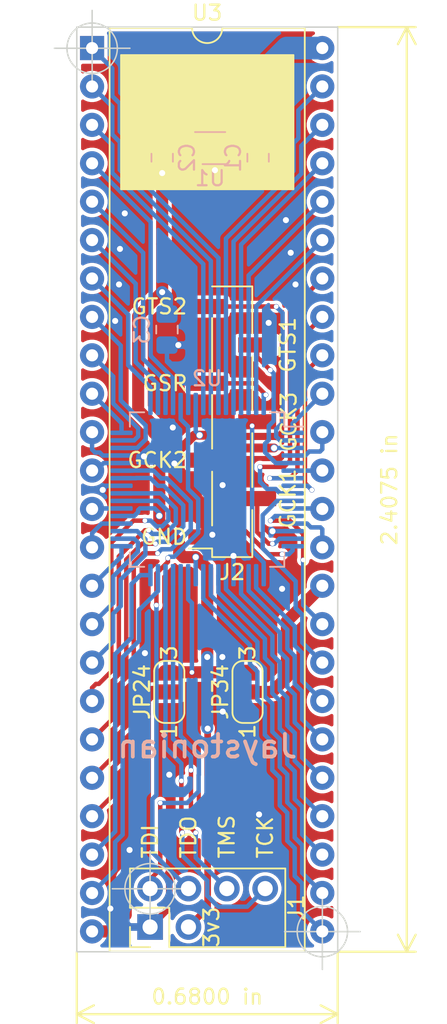
<source format=kicad_pcb>
(kicad_pcb (version 20171130) (host pcbnew "(5.1.5)-3")
  (title_block (title "DIP48 XC9572XL") (rev 1) (company https://github.com/Jaystonian))
  (layers (0 F.Cu signal) (31 B.Cu signal) (34 B.Paste user) (35 F.Paste user) (36 B.SilkS user) (37 F.SilkS user) (38 B.Mask user) (39 F.Mask user) (44 Edge.Cuts user))
  (net 0 "")
  (net 1 +5V)
  (net 2 GND)
  (net 3 +3V3)
  (net 4 /PIN_01)
  (net 5 /PIN_25)
  (net 6 /PIN_02)
  (net 7 /PIN_26)
  (net 8 /PIN_03)
  (net 9 /PIN_27)
  (net 10 /PIN_04)
  (net 11 /PIN_28)
  (net 12 /PIN_05)
  (net 13 /PIN_29)
  (net 14 /PIN_06)
  (net 15 /PIN_30)
  (net 16 /PIN_07)
  (net 17 /PIN_31)
  (net 18 /PIN_08)
  (net 19 /PIN_32)
  (net 20 /PIN_09)
  (net 21 /PIN_33)
  (net 22 /PIN_10)
  (net 23 /PIN_34)
  (net 24 /PIN_11)
  (net 25 /PIN_35)
  (net 26 /PIN_12)
  (net 27 /PIN_36)
  (net 28 /PIN_13)
  (net 29 /PIN_37)
  (net 30 /PIN_14)
  (net 31 /PIN_38)
  (net 32 /PIN_15)
  (net 33 /PIN_39)
  (net 34 /PIN_16)
  (net 35 /PIN_40)
  (net 36 /PIN_17)
  (net 37 /PIN_41)
  (net 38 /PIN_18)
  (net 39 /PIN_42)
  (net 40 /PIN_19)
  (net 41 /PIN_43)
  (net 42 /PIN_20)
  (net 43 /PIN_44)
  (net 44 /PIN_21)
  (net 45 /PIN_45)
  (net 46 /PIN_22)
  (net 47 /PIN_46)
  (net 48 /PIN_23)
  (net 49 /PIN_47)
  (net 50 /PIN_24)
  (net 51 /PIN_2434)
  (net 52 /GCK1)
  (net 53 /GCK3)
  (net 54 /GTS1)
  (net 55 /GCK2)
  (net 56 /GSR)
  (net 57 /GTS2)
  (net 58 /TDI)
  (net 59 /TDO)
  (net 60 /TMS)
  (net 61 /TCK)
  (module Connector_PinHeader_2.54mm:PinHeader_2x04_P2.54mm_Vertical (layer F.Cu) (at 85.7504 105.9307 90)
    (fp_text reference J1 (at 1.2827 9.6774 270) (layer F.SilkS))
    (fp_text value JTAG-6)
    (fp_text user TDI (at 4.445 0 90) (layer F.SilkS) (effects (justify left)))
    (fp_text user TDO (at 4.445 2.54 90) (layer F.SilkS) (effects (justify left)))
    (fp_text user TMS (at 4.445 5.08 90) (layer F.SilkS) (effects (justify left)))
    (fp_text user TCK (at 4.445 7.62 90) (layer F.SilkS) (effects (justify left)))
    (fp_text user 3v3 (at 0 4.064 90) (layer F.SilkS))
    (pad 1 thru_hole rect (at 0 0 90) (size 1.7 1.7) (drill 1) (layers *.Cu *.Mask) (net 2 GND))
    (pad 2 thru_hole oval (at 2.54 0 90) (size 1.7 1.7) (drill 1) (layers *.Cu *.Mask) (net 58 /TDI))
    (pad 3 thru_hole oval (at 0 2.54 90) (size 1.7 1.7) (drill 1) (layers *.Cu *.Mask) (net 3 +3V3))
    (pad 4 thru_hole oval (at 2.54 2.54 90) (size 1.7 1.7) (drill 1) (layers *.Cu *.Mask) (net 59 /TDO))
    (pad 6 thru_hole oval (at 2.54 5.08 90) (size 1.7 1.7) (drill 1) (layers *.Cu *.Mask) (net 60 /TMS))
    (pad 8 thru_hole oval (at 2.54 7.62 90) (size 1.7 1.7) (drill 1) (layers *.Cu *.Mask) (net 61 /TCK))
  )
  (module Capacitor_SMD:C_0805_2012Metric_Pad1.15x1.40mm_HandSolder (layer B.Cu) (at 92.9005 55.0545 270)
    (fp_text reference C1 (at 0 1.65 270) (layer B.SilkS) (effects (justify mirror)))
    (fp_text value 1uF)
    (pad 1 smd roundrect (at -1.025 0 270) (size 1.15 1.4) (layers B.Cu B.Paste B.Mask) (roundrect_rratio 0.217391) (net 1 +5V))
    (pad 2 smd roundrect (at 1.025 0 270) (size 1.15 1.4) (layers B.Cu B.Paste B.Mask) (roundrect_rratio 0.217391) (net 2 GND))
  )
  (module Capacitor_SMD:C_0805_2012Metric_Pad1.15x1.40mm_HandSolder (layer B.Cu) (at 86.5505 55.0545 90)
    (fp_text reference C2 (at 0 1.65 -90) (layer B.SilkS) (effects (justify mirror)))
    (fp_text value 1uF)
    (pad 2 smd roundrect (at 1.025 0 90) (size 1.15 1.4) (layers B.Cu B.Paste B.Mask) (roundrect_rratio 0.217391) (net 2 GND))
    (pad 1 smd roundrect (at -1.025 0 90) (size 1.15 1.4) (layers B.Cu B.Paste B.Mask) (roundrect_rratio 0.217391) (net 3 +3V3))
  )
  (module Capacitor_SMD:C_0805_2012Metric_Pad1.15x1.40mm_HandSolder (layer B.Cu) (at 86.868 66.421 270)
    (fp_text reference C3 (at 0 1.65 90) (layer B.SilkS) (effects (justify mirror)))
    (fp_text value 0.1uF)
    (pad 1 smd roundrect (at -1.025 0 270) (size 1.15 1.4) (layers B.Cu B.Paste B.Mask) (roundrect_rratio 0.217391) (net 3 +3V3))
    (pad 2 smd roundrect (at 1.025 0 270) (size 1.15 1.4) (layers B.Cu B.Paste B.Mask) (roundrect_rratio 0.217391) (net 2 GND))
  )
  (module CPU2:LFCSP-6 (layer B.Cu) (at 89.7255 54.4195)
    (fp_text reference U1 (at 0 2) (layer B.SilkS) (effects (justify mirror)))
    (fp_text value ADP122_3.3V_LDO_Voltage_Regulator)
    (pad 1 smd rect (at -0.95 0.65) (size 0.65 0.28) (layers B.Cu B.Paste B.Mask) (net 3 +3V3))
    (pad 2 smd rect (at -0.95 0) (size 0.65 0.28) (layers B.Cu B.Paste B.Mask))
    (pad 3 smd rect (at -0.95 -0.65) (size 0.65 0.28) (layers B.Cu B.Paste B.Mask) (net 2 GND))
    (pad 4 smd rect (at 0.95 -0.65) (size 0.65 0.28) (layers B.Cu B.Paste B.Mask) (net 1 +5V))
    (pad 5 smd rect (at 0.95 0) (size 0.65 0.28) (layers B.Cu B.Paste B.Mask))
    (pad 6 smd rect (at 0.95 0.65) (size 0.65 0.28) (layers B.Cu B.Paste B.Mask) (net 1 +5V))
    (pad EP smd roundrect (at 0 0) (size 1 1.6) (layers B.Cu B.Paste B.Mask) (net 2 GND))
  )
  (module Package_QFP:TQFP-64_10x10mm_P0.5mm (layer B.Cu) (at 89.5223 77.0001 180)
    (fp_text reference U2 (at 0 7.35) (layer B.SilkS) (effects (justify mirror)))
    (fp_text value XC9572XL-VQ64)
    (pad 1 smd roundrect (at -5.6625 3.75 180) (size 1.475 0.3) (layers B.Cu B.Paste B.Mask) (net 33 /PIN_39))
    (pad 2 smd roundrect (at -5.6625 3.25 180) (size 1.475 0.3) (layers B.Cu B.Paste B.Mask) (net 57 /GTS2))
    (pad 3 smd roundrect (at -5.6625 2.75 180) (size 1.475 0.3) (layers B.Cu B.Paste B.Mask) (net 3 +3V3))
    (pad 4 smd roundrect (at -5.6625 2.25 180) (size 1.475 0.3) (layers B.Cu B.Paste B.Mask) (net 31 /PIN_38))
    (pad 5 smd roundrect (at -5.6625 1.75 180) (size 1.475 0.3) (layers B.Cu B.Paste B.Mask) (net 54 /GTS1))
    (pad 6 smd roundrect (at -5.6625 1.25 180) (size 1.475 0.3) (layers B.Cu B.Paste B.Mask) (net 29 /PIN_37))
    (pad 7 smd roundrect (at -5.6625 0.75 180) (size 1.475 0.3) (layers B.Cu B.Paste B.Mask) (net 37 /PIN_41))
    (pad 8 smd roundrect (at -5.6625 0.25 180) (size 1.475 0.3) (layers B.Cu B.Paste B.Mask) (net 35 /PIN_40))
    (pad 9 smd roundrect (at -5.6625 -0.25 180) (size 1.475 0.3) (layers B.Cu B.Paste B.Mask) (net 39 /PIN_42))
    (pad 10 smd roundrect (at -5.6625 -0.75 180) (size 1.475 0.3) (layers B.Cu B.Paste B.Mask) (net 19 /PIN_32))
    (pad 11 smd roundrect (at -5.6625 -1.25 180) (size 1.475 0.3) (layers B.Cu B.Paste B.Mask) (net 27 /PIN_36))
    (pad 12 smd roundrect (at -5.6625 -1.75 180) (size 1.475 0.3) (layers B.Cu B.Paste B.Mask) (net 21 /PIN_33))
    (pad 13 smd roundrect (at -5.6625 -2.25 180) (size 1.475 0.3) (layers B.Cu B.Paste B.Mask) (net 25 /PIN_35))
    (pad 14 smd roundrect (at -5.6625 -2.75 180) (size 1.475 0.3) (layers B.Cu B.Paste B.Mask) (net 2 GND))
    (pad 15 smd roundrect (at -5.6625 -3.25 180) (size 1.475 0.3) (layers B.Cu B.Paste B.Mask) (net 52 /GCK1))
    (pad 16 smd roundrect (at -5.6625 -3.75 180) (size 1.475 0.3) (layers B.Cu B.Paste B.Mask) (net 55 /GCK2))
    (pad 17 smd roundrect (at -3.75 -5.6625 180) (size 0.3 1.475) (layers B.Cu B.Paste B.Mask) (net 53 /GCK3))
    (pad 18 smd roundrect (at -3.25 -5.6625 180) (size 0.3 1.475) (layers B.Cu B.Paste B.Mask) (net 17 /PIN_31))
    (pad 19 smd roundrect (at -2.75 -5.6625 180) (size 0.3 1.475) (layers B.Cu B.Paste B.Mask) (net 15 /PIN_30))
    (pad 20 smd roundrect (at -2.25 -5.6625 180) (size 0.3 1.475) (layers B.Cu B.Paste B.Mask) (net 13 /PIN_29))
    (pad 21 smd roundrect (at -1.75 -5.6625 180) (size 0.3 1.475) (layers B.Cu B.Paste B.Mask) (net 2 GND))
    (pad 22 smd roundrect (at -1.25 -5.6625 180) (size 0.3 1.475) (layers B.Cu B.Paste B.Mask) (net 11 /PIN_28))
    (pad 23 smd roundrect (at -0.75 -5.6625 180) (size 0.3 1.475) (layers B.Cu B.Paste B.Mask) (net 9 /PIN_27))
    (pad 24 smd roundrect (at -0.25 -5.6625 180) (size 0.3 1.475) (layers B.Cu B.Paste B.Mask) (net 7 /PIN_26))
    (pad 25 smd roundrect (at 0.25 -5.6625 180) (size 0.3 1.475) (layers B.Cu B.Paste B.Mask) (net 5 /PIN_25))
    (pad 26 smd roundrect (at 0.75 -5.6625 180) (size 0.3 1.475) (layers B.Cu B.Paste B.Mask) (net 3 +3V3))
    (pad 27 smd roundrect (at 1.25 -5.6625 180) (size 0.3 1.475) (layers B.Cu B.Paste B.Mask) (net 51 /PIN_2434))
    (pad 28 smd roundrect (at 1.75 -5.6625 180) (size 0.3 1.475) (layers B.Cu B.Paste B.Mask) (net 58 /TDI))
    (pad 29 smd roundrect (at 2.25 -5.6625 180) (size 0.3 1.475) (layers B.Cu B.Paste B.Mask) (net 60 /TMS))
    (pad 30 smd roundrect (at 2.75 -5.6625 180) (size 0.3 1.475) (layers B.Cu B.Paste B.Mask) (net 61 /TCK))
    (pad 31 smd roundrect (at 3.25 -5.6625 180) (size 0.3 1.475) (layers B.Cu B.Paste B.Mask) (net 48 /PIN_23))
    (pad 32 smd roundrect (at 3.75 -5.6625 180) (size 0.3 1.475) (layers B.Cu B.Paste B.Mask) (net 46 /PIN_22))
    (pad 33 smd roundrect (at 5.6625 -3.75 180) (size 1.475 0.3) (layers B.Cu B.Paste B.Mask) (net 32 /PIN_15))
    (pad 34 smd roundrect (at 5.6625 -3.25 180) (size 1.475 0.3) (layers B.Cu B.Paste B.Mask) (net 34 /PIN_16))
    (pad 35 smd roundrect (at 5.6625 -2.75 180) (size 1.475 0.3) (layers B.Cu B.Paste B.Mask) (net 36 /PIN_17))
    (pad 36 smd roundrect (at 5.6625 -2.25 180) (size 1.475 0.3) (layers B.Cu B.Paste B.Mask) (net 30 /PIN_14))
    (pad 37 smd roundrect (at 5.6625 -1.75 180) (size 1.475 0.3) (layers B.Cu B.Paste B.Mask) (net 3 +3V3))
    (pad 38 smd roundrect (at 5.6625 -1.25 180) (size 1.475 0.3) (layers B.Cu B.Paste B.Mask) (net 28 /PIN_13))
    (pad 39 smd roundrect (at 5.6625 -0.75 180) (size 1.475 0.3) (layers B.Cu B.Paste B.Mask) (net 38 /PIN_18))
    (pad 40 smd roundrect (at 5.6625 -0.25 180) (size 1.475 0.3) (layers B.Cu B.Paste B.Mask) (net 40 /PIN_19))
    (pad 41 smd roundrect (at 5.6625 0.25 180) (size 1.475 0.3) (layers B.Cu B.Paste B.Mask) (net 2 GND))
    (pad 42 smd roundrect (at 5.6625 0.75 180) (size 1.475 0.3) (layers B.Cu B.Paste B.Mask) (net 42 /PIN_20))
    (pad 43 smd roundrect (at 5.6625 1.25 180) (size 1.475 0.3) (layers B.Cu B.Paste B.Mask) (net 44 /PIN_21))
    (pad 44 smd roundrect (at 5.6625 1.75 180) (size 1.475 0.3) (layers B.Cu B.Paste B.Mask) (net 26 /PIN_12))
    (pad 45 smd roundrect (at 5.6625 2.25 180) (size 1.475 0.3) (layers B.Cu B.Paste B.Mask) (net 24 /PIN_11))
    (pad 46 smd roundrect (at 5.6625 2.75 180) (size 1.475 0.3) (layers B.Cu B.Paste B.Mask) (net 18 /PIN_08))
    (pad 47 smd roundrect (at 5.6625 3.25 180) (size 1.475 0.3) (layers B.Cu B.Paste B.Mask) (net 20 /PIN_09))
    (pad 48 smd roundrect (at 5.6625 3.75 180) (size 1.475 0.3) (layers B.Cu B.Paste B.Mask) (net 22 /PIN_10))
    (pad 49 smd roundrect (at 3.75 5.6625 180) (size 0.3 1.475) (layers B.Cu B.Paste B.Mask) (net 16 /PIN_07))
    (pad 50 smd roundrect (at 3.25 5.6625 180) (size 0.3 1.475) (layers B.Cu B.Paste B.Mask) (net 14 /PIN_06))
    (pad 51 smd roundrect (at 2.75 5.6625 180) (size 0.3 1.475) (layers B.Cu B.Paste B.Mask) (net 12 /PIN_05))
    (pad 52 smd roundrect (at 2.25 5.6625 180) (size 0.3 1.475) (layers B.Cu B.Paste B.Mask) (net 10 /PIN_04))
    (pad 53 smd roundrect (at 1.75 5.6625 180) (size 0.3 1.475) (layers B.Cu B.Paste B.Mask) (net 59 /TDO))
    (pad 54 smd roundrect (at 1.25 5.6625 180) (size 0.3 1.475) (layers B.Cu B.Paste B.Mask) (net 2 GND))
    (pad 55 smd roundrect (at 0.75 5.6625 180) (size 0.3 1.475) (layers B.Cu B.Paste B.Mask) (net 3 +3V3))
    (pad 56 smd roundrect (at 0.25 5.6625 180) (size 0.3 1.475) (layers B.Cu B.Paste B.Mask) (net 8 /PIN_03))
    (pad 57 smd roundrect (at -0.25 5.6625 180) (size 0.3 1.475) (layers B.Cu B.Paste B.Mask) (net 6 /PIN_02))
    (pad 58 smd roundrect (at -0.75 5.6625 180) (size 0.3 1.475) (layers B.Cu B.Paste B.Mask) (net 4 /PIN_01))
    (pad 59 smd roundrect (at -1.25 5.6625 180) (size 0.3 1.475) (layers B.Cu B.Paste B.Mask) (net 49 /PIN_47))
    (pad 60 smd roundrect (at -1.75 5.6625 180) (size 0.3 1.475) (layers B.Cu B.Paste B.Mask) (net 47 /PIN_46))
    (pad 61 smd roundrect (at -2.25 5.6625 180) (size 0.3 1.475) (layers B.Cu B.Paste B.Mask) (net 45 /PIN_45))
    (pad 62 smd roundrect (at -2.75 5.6625 180) (size 0.3 1.475) (layers B.Cu B.Paste B.Mask) (net 43 /PIN_44))
    (pad 63 smd roundrect (at -3.25 5.6625 180) (size 0.3 1.475) (layers B.Cu B.Paste B.Mask) (net 41 /PIN_43))
    (pad 64 smd roundrect (at -3.75 5.6625 180) (size 0.3 1.475) (layers B.Cu B.Paste B.Mask) (net 56 /GSR))
  )
  (module Package_DIP:DIP-48_W15.24mm (layer F.Cu) (at 81.910501 47.803001)
    (fp_text reference U3 (at 7.62 -2.33) (layer F.SilkS))
    (fp_text value 8566-VIC-IIe)
    (pad 1 thru_hole rect (at 0 0) (size 1.6 1.6) (drill 0.8) (layers *.Cu *.Mask) (net 4 /PIN_01))
    (pad 25 thru_hole oval (at 15.24 58.42) (size 1.6 1.6) (drill 0.8) (layers *.Cu *.Mask) (net 5 /PIN_25))
    (pad 2 thru_hole oval (at 0 2.54) (size 1.6 1.6) (drill 0.8) (layers *.Cu *.Mask) (net 6 /PIN_02))
    (pad 26 thru_hole oval (at 15.24 55.88) (size 1.6 1.6) (drill 0.8) (layers *.Cu *.Mask) (net 7 /PIN_26))
    (pad 3 thru_hole oval (at 0 5.08) (size 1.6 1.6) (drill 0.8) (layers *.Cu *.Mask) (net 8 /PIN_03))
    (pad 27 thru_hole oval (at 15.24 53.34) (size 1.6 1.6) (drill 0.8) (layers *.Cu *.Mask) (net 9 /PIN_27))
    (pad 4 thru_hole oval (at 0 7.62) (size 1.6 1.6) (drill 0.8) (layers *.Cu *.Mask) (net 10 /PIN_04))
    (pad 28 thru_hole oval (at 15.24 50.8) (size 1.6 1.6) (drill 0.8) (layers *.Cu *.Mask) (net 11 /PIN_28))
    (pad 5 thru_hole oval (at 0 10.16) (size 1.6 1.6) (drill 0.8) (layers *.Cu *.Mask) (net 12 /PIN_05))
    (pad 29 thru_hole oval (at 15.24 48.26) (size 1.6 1.6) (drill 0.8) (layers *.Cu *.Mask) (net 13 /PIN_29))
    (pad 6 thru_hole oval (at 0 12.7) (size 1.6 1.6) (drill 0.8) (layers *.Cu *.Mask) (net 14 /PIN_06))
    (pad 30 thru_hole oval (at 15.24 45.72) (size 1.6 1.6) (drill 0.8) (layers *.Cu *.Mask) (net 15 /PIN_30))
    (pad 7 thru_hole oval (at 0 15.24) (size 1.6 1.6) (drill 0.8) (layers *.Cu *.Mask) (net 16 /PIN_07))
    (pad 31 thru_hole oval (at 15.24 43.18) (size 1.6 1.6) (drill 0.8) (layers *.Cu *.Mask) (net 17 /PIN_31))
    (pad 8 thru_hole oval (at 0 17.78) (size 1.6 1.6) (drill 0.8) (layers *.Cu *.Mask) (net 18 /PIN_08))
    (pad 32 thru_hole oval (at 15.24 40.64) (size 1.6 1.6) (drill 0.8) (layers *.Cu *.Mask) (net 19 /PIN_32))
    (pad 9 thru_hole oval (at 0 20.32) (size 1.6 1.6) (drill 0.8) (layers *.Cu *.Mask) (net 20 /PIN_09))
    (pad 33 thru_hole oval (at 15.24 38.1) (size 1.6 1.6) (drill 0.8) (layers *.Cu *.Mask) (net 21 /PIN_33))
    (pad 10 thru_hole oval (at 0 22.86) (size 1.6 1.6) (drill 0.8) (layers *.Cu *.Mask) (net 22 /PIN_10))
    (pad 34 thru_hole oval (at 15.24 35.56) (size 1.6 1.6) (drill 0.8) (layers *.Cu *.Mask) (net 23 /PIN_34))
    (pad 11 thru_hole oval (at 0 25.4) (size 1.6 1.6) (drill 0.8) (layers *.Cu *.Mask) (net 24 /PIN_11))
    (pad 35 thru_hole oval (at 15.24 33.02) (size 1.6 1.6) (drill 0.8) (layers *.Cu *.Mask) (net 25 /PIN_35))
    (pad 12 thru_hole oval (at 0 27.94) (size 1.6 1.6) (drill 0.8) (layers *.Cu *.Mask) (net 26 /PIN_12))
    (pad 36 thru_hole oval (at 15.24 30.48) (size 1.6 1.6) (drill 0.8) (layers *.Cu *.Mask) (net 27 /PIN_36))
    (pad 13 thru_hole oval (at 0 30.48) (size 1.6 1.6) (drill 0.8) (layers *.Cu *.Mask) (net 28 /PIN_13))
    (pad 37 thru_hole oval (at 15.24 27.94) (size 1.6 1.6) (drill 0.8) (layers *.Cu *.Mask) (net 29 /PIN_37))
    (pad 14 thru_hole oval (at 0 33.02) (size 1.6 1.6) (drill 0.8) (layers *.Cu *.Mask) (net 30 /PIN_14))
    (pad 38 thru_hole oval (at 15.24 25.4) (size 1.6 1.6) (drill 0.8) (layers *.Cu *.Mask) (net 31 /PIN_38))
    (pad 15 thru_hole oval (at 0 35.56) (size 1.6 1.6) (drill 0.8) (layers *.Cu *.Mask) (net 32 /PIN_15))
    (pad 39 thru_hole oval (at 15.24 22.86) (size 1.6 1.6) (drill 0.8) (layers *.Cu *.Mask) (net 33 /PIN_39))
    (pad 16 thru_hole oval (at 0 38.1) (size 1.6 1.6) (drill 0.8) (layers *.Cu *.Mask) (net 34 /PIN_16))
    (pad 40 thru_hole oval (at 15.24 20.32) (size 1.6 1.6) (drill 0.8) (layers *.Cu *.Mask) (net 35 /PIN_40))
    (pad 17 thru_hole oval (at 0 40.64) (size 1.6 1.6) (drill 0.8) (layers *.Cu *.Mask) (net 36 /PIN_17))
    (pad 41 thru_hole oval (at 15.24 17.78) (size 1.6 1.6) (drill 0.8) (layers *.Cu *.Mask) (net 37 /PIN_41))
    (pad 18 thru_hole oval (at 0 43.18) (size 1.6 1.6) (drill 0.8) (layers *.Cu *.Mask) (net 38 /PIN_18))
    (pad 42 thru_hole oval (at 15.24 15.24) (size 1.6 1.6) (drill 0.8) (layers *.Cu *.Mask) (net 39 /PIN_42))
    (pad 19 thru_hole oval (at 0 45.72) (size 1.6 1.6) (drill 0.8) (layers *.Cu *.Mask) (net 40 /PIN_19))
    (pad 43 thru_hole oval (at 15.24 12.7) (size 1.6 1.6) (drill 0.8) (layers *.Cu *.Mask) (net 41 /PIN_43))
    (pad 20 thru_hole oval (at 0 48.26) (size 1.6 1.6) (drill 0.8) (layers *.Cu *.Mask) (net 42 /PIN_20))
    (pad 44 thru_hole oval (at 15.24 10.16) (size 1.6 1.6) (drill 0.8) (layers *.Cu *.Mask) (net 43 /PIN_44))
    (pad 21 thru_hole oval (at 0 50.8) (size 1.6 1.6) (drill 0.8) (layers *.Cu *.Mask) (net 44 /PIN_21))
    (pad 45 thru_hole oval (at 15.24 7.62) (size 1.6 1.6) (drill 0.8) (layers *.Cu *.Mask) (net 45 /PIN_45))
    (pad 22 thru_hole oval (at 0 53.34) (size 1.6 1.6) (drill 0.8) (layers *.Cu *.Mask) (net 46 /PIN_22))
    (pad 46 thru_hole oval (at 15.24 5.08) (size 1.6 1.6) (drill 0.8) (layers *.Cu *.Mask) (net 47 /PIN_46))
    (pad 23 thru_hole oval (at 0 55.88) (size 1.6 1.6) (drill 0.8) (layers *.Cu *.Mask) (net 48 /PIN_23))
    (pad 47 thru_hole oval (at 15.24 2.54) (size 1.6 1.6) (drill 0.8) (layers *.Cu *.Mask) (net 49 /PIN_47))
    (pad 24 thru_hole oval (at 0 58.42) (size 1.6 1.6) (drill 0.8) (layers *.Cu *.Mask) (net 50 /PIN_24))
    (pad 48 thru_hole oval (at 15.24 0) (size 1.6 1.6) (drill 0.8) (layers *.Cu *.Mask) (net 1 +5V))
  )
  (module Jumper:SolderJumper-3_P1.3mm_Open_RoundedPad1.0x1.5mm_NumberLabels (layer F.Cu) (at 87.0204 90.3859 90)
    (fp_text reference JP24 (at 0 -1.8 90) (layer F.SilkS))
    (fp_text value SJ24)
    (fp_text user 3 (at 2.6 0 90) (layer F.SilkS))
    (fp_text user 1 (at -2.6 0 90) (layer F.SilkS))
    (pad 1 smd custom (at -1.3 0 90) (size 1 0.5) (layers F.Cu F.Mask) (net 2 GND) (options (clearance outline) (anchor rect)) (primitives (gr_circle (center 0 0.25) (end 0.5 0.25) (width 0)) (gr_circle (center 0 -0.25) (end 0.5 -0.25) (width 0)) (gr_poly (pts (xy 0.55 -0.75) (xy 0 -0.75) (xy 0 0.75) (xy 0.55 0.75)) (width 0))))
    (pad 3 smd custom (at 1.3 0 90) (size 1 0.5) (layers F.Cu F.Mask) (net 51 /PIN_2434) (options (clearance outline) (anchor rect)) (primitives (gr_circle (center 0 0.25) (end 0.5 0.25) (width 0)) (gr_circle (center 0 -0.25) (end 0.5 -0.25) (width 0)) (gr_poly (pts (xy -0.55 -0.75) (xy 0 -0.75) (xy 0 0.75) (xy -0.55 0.75)) (width 0))))
    (pad 2 smd rect (at 0 0 90) (size 1 1.5) (layers F.Cu F.Mask) (net 50 /PIN_24))
  )
  (module Jumper:SolderJumper-3_P1.3mm_Open_RoundedPad1.0x1.5mm_NumberLabels (layer F.Cu) (at 92.202 90.3859 90)
    (fp_text reference JP34 (at 0 -1.8 90) (layer F.SilkS))
    (fp_text value SJ34)
    (fp_text user 1 (at -2.6 0 90) (layer F.SilkS))
    (fp_text user 3 (at 2.6 0 90) (layer F.SilkS))
    (pad 2 smd rect (at 0 0 90) (size 1 1.5) (layers F.Cu F.Mask) (net 23 /PIN_34))
    (pad 3 smd custom (at 1.3 0 90) (size 1 0.5) (layers F.Cu F.Mask) (net 51 /PIN_2434) (options (clearance outline) (anchor rect)) (primitives (gr_circle (center 0 0.25) (end 0.5 0.25) (width 0)) (gr_circle (center 0 -0.25) (end 0.5 -0.25) (width 0)) (gr_poly (pts (xy -0.55 -0.75) (xy 0 -0.75) (xy 0 0.75) (xy -0.55 0.75)) (width 0))))
    (pad 1 smd custom (at -1.3 0 90) (size 1 0.5) (layers F.Cu F.Mask) (net 2 GND) (options (clearance outline) (anchor rect)) (primitives (gr_circle (center 0 0.25) (end 0.5 0.25) (width 0)) (gr_circle (center 0 -0.25) (end 0.5 -0.25) (width 0)) (gr_poly (pts (xy 0.55 -0.75) (xy 0 -0.75) (xy 0 0.75) (xy 0.55 0.75)) (width 0))))
  )
  (module Connector_PinHeader_2.54mm:PinHeader_1x07_P2.54mm_Vertical_SMD_Pin1Right (layer F.Cu) (at 91.186 72.517 180)
    (fp_text reference J2 (at 0 -9.95) (layer F.SilkS))
    (fp_text value Conn_01x07)
    (pad 2 smd rect (at -1.655 -5.08 180) (size 2.51 1) (layers F.Cu F.Paste F.Mask) (net 52 /GCK1))
    (pad 4 smd rect (at -1.655 0 180) (size 2.51 1) (layers F.Cu F.Paste F.Mask) (net 53 /GCK3))
    (pad 6 smd rect (at -1.655 5.08 180) (size 2.51 1) (layers F.Cu F.Paste F.Mask) (net 54 /GTS1))
    (pad 1 smd rect (at 1.655 -7.62 180) (size 2.51 1) (layers F.Cu F.Paste F.Mask) (net 2 GND))
    (pad 3 smd rect (at 1.655 -2.54 180) (size 2.51 1) (layers F.Cu F.Paste F.Mask) (net 55 /GCK2))
    (pad 5 smd rect (at 1.655 2.54 180) (size 2.51 1) (layers F.Cu F.Paste F.Mask) (net 56 /GSR))
    (pad 7 smd rect (at 1.655 7.62 180) (size 2.51 1) (layers F.Cu F.Paste F.Mask) (net 57 /GTS2))
  )
  (dimension 17.272 (width 0.15) (layer F.SilkS) (gr_text "17.272 mm" (at 89.535 112.9965) (layer F.SilkS) (effects (font (size 1 1) (thickness 0.15)))) (feature1 (pts (xy 98.171 107.569) (xy 98.171 112.282921))) (feature2 (pts (xy 80.899 107.569) (xy 80.899 112.282921))) (crossbar (pts (xy 80.899 111.6965) (xy 98.171 111.6965))) (arrow1a (pts (xy 98.171 111.6965) (xy 97.044496 112.282921))) (arrow1b (pts (xy 98.171 111.6965) (xy 97.044496 111.110079))) (arrow2a (pts (xy 80.899 111.6965) (xy 82.025504 112.282921))) (arrow2b (pts (xy 80.899 111.6965) (xy 82.025504 111.110079))))
  (dimension 61.1505 (width 0.15) (layer F.SilkS) (gr_text "61.151 mm" (at 104.043 76.99375 90) (layer F.SilkS) (effects (font (size 1 1) (thickness 0.15)))) (feature1 (pts (xy 98.171 46.4185) (xy 103.329421 46.4185))) (feature2 (pts (xy 98.171 107.569) (xy 103.329421 107.569))) (crossbar (pts (xy 102.743 107.569) (xy 102.743 46.4185))) (arrow1a (pts (xy 102.743 46.4185) (xy 103.329421 47.545004))) (arrow1b (pts (xy 102.743 46.4185) (xy 102.156579 47.545004))) (arrow2a (pts (xy 102.743 107.569) (xy 103.329421 106.442496))) (arrow2b (pts (xy 102.743 107.569) (xy 102.156579 106.442496))))
  (target plus (at 85.7504 103.4034) (size 5) (width 0.1) (layer Edge.Cuts))
  (target plus (at 97.155 106.2355) (size 5) (width 0.1) (layer Edge.Cuts))
  (target plus (at 81.915 47.8155) (size 5) (width 0.1) (layer Edge.Cuts))
  (gr_text Jaystonian (at 89.535 93.98) (layer B.SilkS) (effects (font (size 1.5 1.5) (thickness 0.25)) (justify mirror)))
  (gr_poly (pts (xy 95.25 57.15) (xy 83.82 57.15) (xy 83.82 48.26) (xy 95.25 48.26)) (layer F.SilkS) (width 0.1))
  (gr_text GTS1 (at 94.869 67.437 90) (layer F.SilkS) (effects (font (size 1 1))))
  (gr_text GCK3 (at 94.9325 72.517 90) (layer F.SilkS) (effects (font (size 1 1))))
  (gr_text GCK1 (at 94.869 77.597 90) (layer F.SilkS) (effects (font (size 1 1))))
  (gr_text GND (at 86.6775 80.137) (layer F.SilkS) (effects (font (size 1 1))))
  (gr_text GCK2 (at 86.233 75.057) (layer F.SilkS) (effects (font (size 1 1))))
  (gr_text GSR (at 86.741 69.977) (layer F.SilkS) (effects (font (size 1 1))))
  (gr_text GTS2 (at 86.36 64.897) (layer F.SilkS) (effects (font (size 1 1))))
  (gr_line (start 80.899 107.569) (end 80.899 46.4185) (layer Edge.Cuts) (width 0.1))
  (gr_line (start 98.171 107.569) (end 80.899 107.569) (layer Edge.Cuts) (width 0.1))
  (gr_line (start 98.171 46.4185) (end 98.171 107.569) (layer Edge.Cuts) (width 0.1))
  (gr_line (start 80.899 46.4185) (end 98.171 46.4185) (layer Edge.Cuts) (width 0.1))
  (segment (start 91.9475 53.6425) (end 92.583 53.007) (width 0.439) (layer B.Cu) (net 1))
  (segment (start 92.0745 53.1345) (end 92.71 52.499) (width 0.439) (layer B.Cu) (net 1))
  (segment (start 92.7825 54.0295) (end 92.9005 54.0295) (width 0.295) (layer B.Cu) (net 1))
  (segment (start 90.6755 55.0695) (end 91.7425 55.0695) (width 0.295) (layer B.Cu) (net 1))
  (segment (start 91.7425 55.0695) (end 92.7825 54.0295) (width 0.295) (layer B.Cu) (net 1))
  (segment (start 92.6405 53.7695) (end 92.9005 54.0295) (width 0.439) (layer B.Cu) (net 1))
  (segment (start 90.6755 53.7695) (end 92.6405 53.7695) (width 0.439) (layer B.Cu) (net 1))
  (segment (start 97.150501 47.803001) (end 94.808999 47.803001) (width 1.5) (layer B.Cu) (net 1))
  (segment (start 92.9005 49.7115) (end 92.9005 54.0295) (width 1.5) (layer B.Cu) (net 1))
  (segment (start 94.808999 47.803001) (end 92.9005 49.7115) (width 1.5) (layer B.Cu) (net 1))
  (segment (start 91.4395 53.7695) (end 92.075 53.134) (width 0.439) (layer B.Cu) (net 1))
  (segment (start 90.6755 53.7695) (end 91.4395 53.7695) (width 0.439) (layer B.Cu) (net 1))
  (segment (start 91.26981 82.63901) (end 91.26981 81.38669) (width 0.295) (layer B.Cu) (net 2))
  (segment (start 91.2723 82.6626) (end 91.2723 82.6415) (width 0.295) (layer B.Cu) (net 2))
  (segment (start 91.2723 82.6415) (end 91.26981 82.63901) (width 0.295) (layer B.Cu) (net 2))
  (segment (start 83.8621 76.7501) (end 83.86459 76.75259) (width 0.295) (layer B.Cu) (net 2))
  (segment (start 83.8598 76.7501) (end 83.8621 76.7501) (width 0.295) (layer B.Cu) (net 2))
  (segment (start 85.7504 105.9307) (end 85.8393 105.9307) (width 0.4) (layer F.Cu) (net 2))
  (segment (start 87.019901 104.661199) (end 87.019901 102.450401) (width 0.439) (layer F.Cu) (net 2))
  (segment (start 85.7504 105.9307) (end 87.019901 104.661199) (width 0.439) (layer F.Cu) (net 2))
  (segment (start 87.0204 102.449902) (end 87.0204 95.8596) (width 0.439) (layer F.Cu) (net 2))
  (segment (start 87.019901 102.450401) (end 87.0204 102.449902) (width 0.439) (layer F.Cu) (net 2))
  (via (at 91.26981 81.38669) (size 0.5) (drill 0.4) (layers F.Cu B.Cu) (net 2))
  (segment (start 88.2723 71.3376) (end 88.2723 71.1908) (width 0.295) (layer B.Cu) (net 2))
  (segment (start 88.2723 71.1908) (end 88.26981 71.18831) (width 0.295) (layer B.Cu) (net 2))
  (segment (start 86.868 67.446) (end 86.868 68.542705) (width 0.295) (layer B.Cu) (net 2))
  (segment (start 88.2723 69.947005) (end 88.2723 71.3376) (width 0.295) (layer B.Cu) (net 2))
  (segment (start 86.868 68.542705) (end 88.2723 69.947005) (width 0.295) (layer B.Cu) (net 2))
  (segment (start 86.868 67.446) (end 87.621 67.446) (width 0.295) (layer B.Cu) (net 2))
  (segment (start 87.621 67.446) (end 87.6845 67.446) (width 0.295) (layer B.Cu) (net 2))
  (segment (start 86.8105 53.7695) (end 86.5505 54.0295) (width 0.295) (layer B.Cu) (net 2))
  (segment (start 88.7755 53.7695) (end 86.8105 53.7695) (width 0.295) (layer B.Cu) (net 2))
  (segment (start 89.7255 54.4195) (end 89.7255 53.6195) (width 0.8) (layer B.Cu) (net 2))
  (segment (start 86.5505 53.4545) (end 86.5505 54.0295) (width 0.8) (layer B.Cu) (net 2))
  (segment (start 89.7255 53.34) (end 89.281 52.8955) (width 0.8) (layer B.Cu) (net 2))
  (segment (start 89.7255 54.4195) (end 89.7255 53.34) (width 0.8) (layer B.Cu) (net 2))
  (segment (start 89.281 52.8955) (end 86.868 52.8955) (width 0.8) (layer B.Cu) (net 2))
  (segment (start 86.868 52.8955) (end 86.5505 53.213) (width 0.8) (layer B.Cu) (net 2))
  (segment (start 86.5505 53.213) (end 86.5505 53.4545) (width 0.8) (layer B.Cu) (net 2))
  (segment (start 90.2425 56.0795) (end 92.9005 56.0795) (width 0.8) (layer B.Cu) (net 2))
  (segment (start 89.7255 54.4195) (end 89.7255 55.5625) (width 0.8) (layer B.Cu) (net 2))
  (segment (start 89.7255 55.5625) (end 90.2425 56.0795) (width 0.8) (layer B.Cu) (net 2))
  (via (at 87.621 67.446) (size 0.5) (drill 0.4) (layers F.Cu B.Cu) (net 2))
  (segment (start 90.043 55.88) (end 90.043 55.88) (width 0.588) (layer F.Cu) (net 2))
  (via (at 90.043 55.88) (size 0.5) (drill 0.4) (layers F.Cu B.Cu) (net 2))
  (segment (start 91.26981 81.38669) (end 91.26981 80.98281) (width 0.439) (layer F.Cu) (net 2))
  (segment (start 91.26981 80.98281) (end 90.805 80.518) (width 0.439) (layer F.Cu) (net 2))
  (segment (start 90.805 80.391) (end 90.805 79.883) (width 0.439) (layer F.Cu) (net 2))
  (segment (start 87.25401 72.898) (end 87.25401 72.898) (width 0.588) (layer F.Cu) (net 2))
  (via (at 87.25401 72.898) (size 0.5) (drill 0.4) (layers F.Cu B.Cu) (net 2))
  (segment (start 91.519809 81.636689) (end 91.542689 81.636689) (width 0.439) (layer F.Cu) (net 2))
  (segment (start 91.26981 81.38669) (end 91.519809 81.636689) (width 0.439) (layer F.Cu) (net 2))
  (segment (start 91.542689 81.636689) (end 91.855501 81.949501) (width 0.439) (layer F.Cu) (net 2))
  (segment (start 87.25401 72.898) (end 85.344 74.80801) (width 0.65) (layer B.Cu) (net 2))
  (segment (start 85.344 74.80801) (end 85.344 74.80801) (width 0.65) (layer B.Cu) (net 2))
  (via (at 85.344 74.80801) (size 0.5) (drill 0.4) (layers F.Cu B.Cu) (net 2))
  (segment (start 83.71191 76.75259) (end 82.88641 76.75259) (width 0.295) (layer B.Cu) (net 2))
  (segment (start 83.8598 76.7501) (end 83.7144 76.7501) (width 0.295) (layer B.Cu) (net 2))
  (segment (start 83.7144 76.7501) (end 83.71191 76.75259) (width 0.295) (layer B.Cu) (net 2))
  (segment (start 82.88641 76.75259) (end 82.6135 77.0255) (width 0.295) (layer B.Cu) (net 2))
  (segment (start 82.6135 77.0255) (end 82.6135 77.0255) (width 0.295) (layer B.Cu) (net 2))
  (via (at 82.6135 77.0255) (size 0.5) (drill 0.4) (layers F.Cu B.Cu) (net 2))
  (segment (start 83.12651 77.0255) (end 85.344 74.80801) (width 0.439) (layer F.Cu) (net 2))
  (segment (start 82.6135 77.0255) (end 83.12651 77.0255) (width 0.439) (layer F.Cu) (net 2))
  (segment (start 88.8365 80.3275) (end 89.531 80.3275) (width 0.439) (layer F.Cu) (net 2))
  (segment (start 87.004011 72.648001) (end 87.25401 72.898) (width 0.8) (layer F.Cu) (net 2))
  (segment (start 87.004011 68.416542) (end 87.004011 72.648001) (width 0.8) (layer F.Cu) (net 2))
  (segment (start 87.621 67.446) (end 87.621 67.799553) (width 0.8) (layer F.Cu) (net 2))
  (segment (start 87.621 67.799553) (end 87.004011 68.416542) (width 0.8) (layer F.Cu) (net 2))
  (segment (start 87.0204 91.6859) (end 90.5591 91.6859) (width 0.8) (layer F.Cu) (net 2))
  (segment (start 90.8131 91.6859) (end 92.202 91.6859) (width 0.8) (layer F.Cu) (net 2))
  (segment (start 91.26981 81.740243) (end 91.26981 81.38669) (width 0.8) (layer F.Cu) (net 2))
  (segment (start 91.26981 81.38669) (end 90.59019 81.38669) (width 0.8) (layer F.Cu) (net 2))
  (segment (start 91.26981 83.10119) (end 91.26981 82.535192) (width 0.8) (layer F.Cu) (net 2))
  (segment (start 91.26981 83.10119) (end 91.26981 81.740243) (width 0.8) (layer F.Cu) (net 2))
  (segment (start 91.26981 82.535192) (end 91.855501 81.949501) (width 0.8) (layer F.Cu) (net 2))
  (segment (start 91.26981 86.69781) (end 91.26981 83.10119) (width 0.8) (layer F.Cu) (net 2))
  (segment (start 89.531 80.3275) (end 89.531 79.4345) (width 0.8) (layer F.Cu) (net 2))
  (segment (start 89.531 79.4345) (end 87.36001 77.26351) (width 0.8) (layer F.Cu) (net 2))
  (segment (start 87.36001 77.249217) (end 87.36001 75.279452) (width 0.8) (layer F.Cu) (net 2))
  (segment (start 87.36001 77.26351) (end 87.36001 77.249217) (width 0.8) (layer F.Cu) (net 2))
  (segment (start 87.36001 75.279452) (end 87.36001 75.279452) (width 0.8) (layer F.Cu) (net 2))
  (via (at 87.36001 75.279452) (size 0.5) (drill 0.4) (layers F.Cu B.Cu) (net 2))
  (segment (start 87.25401 75.173452) (end 87.36001 75.279452) (width 0.8) (layer B.Cu) (net 2))
  (segment (start 87.25401 72.898) (end 87.25401 75.173452) (width 0.8) (layer B.Cu) (net 2))
  (segment (start 85.555352 74.646755) (end 85.369049 74.833058) (width 0.8) (layer B.Cu) (net 2))
  (segment (start 86.37376 74.646755) (end 85.555352 74.646755) (width 0.8) (layer B.Cu) (net 2))
  (segment (start 87.36001 75.279452) (end 87.006457 75.279452) (width 0.8) (layer B.Cu) (net 2))
  (segment (start 87.006457 75.279452) (end 86.37376 74.646755) (width 0.8) (layer B.Cu) (net 2))
  (segment (start 87.25401 73.766505) (end 86.37376 74.646755) (width 0.8) (layer B.Cu) (net 2))
  (segment (start 87.25401 72.898) (end 87.25401 73.766505) (width 0.8) (layer B.Cu) (net 2))
  (segment (start 87.621 67.446) (end 87.621 61.35) (width 0.8) (layer F.Cu) (net 2))
  (segment (start 90.043 58.928) (end 90.043 55.88) (width 0.8) (layer F.Cu) (net 2))
  (segment (start 87.621 61.35) (end 90.043 58.928) (width 0.8) (layer F.Cu) (net 2))
  (segment (start 89.531 79.64788) (end 89.87281 79.98969) (width 0.8) (layer F.Cu) (net 2))
  (segment (start 89.531 79.4345) (end 89.531 79.64788) (width 0.8) (layer F.Cu) (net 2))
  (segment (start 90.367067 80.8375) (end 91.26981 81.740243) (width 0.8) (layer F.Cu) (net 2))
  (segment (start 90.041 80.8375) (end 90.367067 80.8375) (width 0.8) (layer F.Cu) (net 2))
  (segment (start 90.041 80.8375) (end 89.531 80.3275) (width 0.8) (layer F.Cu) (net 2))
  (segment (start 90.59019 81.38669) (end 90.041 80.8375) (width 0.8) (layer F.Cu) (net 2))
  (segment (start 93.853 79.756) (end 93.8589 79.7501) (width 0.295) (layer B.Cu) (net 2))
  (via (at 93.853 79.756) (size 0.5) (drill 0.4) (layers F.Cu B.Cu) (net 2))
  (segment (start 94.206553 79.756) (end 93.853 79.756) (width 0.439) (layer F.Cu) (net 2))
  (segment (start 95.082501 80.631948) (end 94.206553 79.756) (width 0.439) (layer F.Cu) (net 2))
  (segment (start 95.082501 81.565361) (end 95.082501 80.631948) (width 0.439) (layer F.Cu) (net 2))
  (segment (start 94.698361 81.949501) (end 95.082501 81.565361) (width 0.439) (layer F.Cu) (net 2))
  (segment (start 91.855501 81.949501) (end 94.698361 81.949501) (width 0.439) (layer F.Cu) (net 2))
  (segment (start 95.1289 79.7501) (end 95.12641 79.75259) (width 0.295) (layer B.Cu) (net 2))
  (segment (start 95.1848 79.7501) (end 95.1289 79.7501) (width 0.295) (layer B.Cu) (net 2))
  (segment (start 95.12641 79.75259) (end 94.42791 79.75259) (width 0.295) (layer B.Cu) (net 2))
  (segment (start 94.4245 79.756) (end 93.853 79.756) (width 0.295) (layer B.Cu) (net 2))
  (segment (start 94.42791 79.75259) (end 94.4245 79.756) (width 0.295) (layer B.Cu) (net 2))
  (segment (start 91.26981 86.69781) (end 91.26981 86.72069) (width 0.8) (layer F.Cu) (net 2))
  (segment (start 91.26981 86.72069) (end 90.8685 87.122) (width 0.8) (layer F.Cu) (net 2))
  (segment (start 90.8685 87.122) (end 90.53501 87.45549) (width 0.8) (layer F.Cu) (net 2))
  (segment (start 90.53501 87.45549) (end 90.53501 88.0745) (width 0.8) (layer F.Cu) (net 2))
  (segment (start 90.53501 88.0745) (end 90.53501 88.0745) (width 0.8) (layer F.Cu) (net 2))
  (via (at 90.53501 88.0745) (size 0.5) (drill 0.4) (layers F.Cu B.Cu) (net 2))
  (segment (start 90.53501 88.0745) (end 90.53501 91.694) (width 0.8) (layer B.Cu) (net 2))
  (segment (start 90.5591 91.6859) (end 90.8131 91.6859) (width 0.8) (layer F.Cu) (net 2))
  (via (at 90.5591 91.6859) (size 0.5) (drill 0.4) (layers F.Cu B.Cu) (net 2))
  (via (at 85.4075 87.8205) (size 0.5) (drill 0.4) (layers F.Cu B.Cu) (net 2))
  (via (at 84.3915 100.838) (size 0.5) (drill 0.4) (layers F.Cu B.Cu) (net 2))
  (via (at 83.1215 104.7115) (size 0.5) (drill 0.4) (layers F.Cu B.Cu) (net 2))
  (via (at 90.551 76.708) (size 0.5) (drill 0.4) (layers F.Cu B.Cu) (net 2))
  (via (at 94.742 59.182) (size 0.5) (drill 0.4) (layers F.Cu B.Cu) (net 2))
  (via (at 95.0595 61.341) (size 0.5) (drill 0.4) (layers F.Cu B.Cu) (net 2))
  (via (at 95.377 63.4365) (size 0.5) (drill 0.4) (layers F.Cu B.Cu) (net 2))
  (via (at 84.074 58.7375) (size 0.5) (drill 0.4) (layers F.Cu B.Cu) (net 2))
  (via (at 83.7565 61.087) (size 0.5) (drill 0.4) (layers F.Cu B.Cu) (net 2))
  (via (at 83.693 63.4365) (size 0.5) (drill 0.4) (layers F.Cu B.Cu) (net 2))
  (via (at 83.439 65.8495) (size 0.5) (drill 0.4) (layers F.Cu B.Cu) (net 2))
  (via (at 93.599 65.9765) (size 0.5) (drill 0.4) (layers F.Cu B.Cu) (net 2))
  (via (at 92.964 98.4885) (size 0.5) (drill 0.4) (layers F.Cu B.Cu) (net 2))
  (via (at 94.488 83.566) (size 0.5) (drill 0.4) (layers F.Cu B.Cu) (net 2))
  (segment (start 89.87281 79.98969) (end 91.26981 81.38669) (width 0.8) (layer F.Cu) (net 2))
  (via (at 89.87281 79.98969) (size 0.5) (drill 0.4) (layers F.Cu B.Cu) (net 2))
  (segment (start 87.0204 95.8596) (end 87.0204 91.6859) (width 0.439) (layer F.Cu) (net 2))
  (via (at 87.0204 95.8596) (size 0.5) (drill 0.4) (layers F.Cu B.Cu) (net 2))
  (segment (start 88.7723 82.6626) (end 88.7723 81.4712) (width 0.295) (layer B.Cu) (net 3))
  (segment (start 83.8861 78.7501) (end 83.88859 78.75259) (width 0.295) (layer B.Cu) (net 3))
  (segment (start 83.8598 78.7501) (end 83.8861 78.7501) (width 0.295) (layer B.Cu) (net 3))
  (segment (start 89.560899 104.660201) (end 89.560899 102.451399) (width 0.439) (layer F.Cu) (net 3))
  (segment (start 88.2904 105.9307) (end 89.560899 104.660201) (width 0.439) (layer F.Cu) (net 3))
  (segment (start 89.560899 102.451399) (end 89.560899 101.244899) (width 0.439) (layer F.Cu) (net 3))
  (segment (start 89.560899 101.244899) (end 89.560899 101.244899) (width 0.439) (layer F.Cu) (net 3))
  (segment (start 88.7755 55.0695) (end 88.377 55.0695) (width 0.439) (layer B.Cu) (net 3))
  (segment (start 88.377 55.0695) (end 88.362 55.0545) (width 0.439) (layer B.Cu) (net 3))
  (segment (start 88.362 55.0545) (end 86.8045 55.0545) (width 0.439) (layer B.Cu) (net 3))
  (segment (start 86.5505 55.3085) (end 86.5505 56.0795) (width 0.439) (layer B.Cu) (net 3))
  (segment (start 86.8045 55.0545) (end 86.5505 55.3085) (width 0.439) (layer B.Cu) (net 3))
  (via (at 86.5505 56.0705) (size 0.5) (drill 0.4) (layers F.Cu B.Cu) (net 3))
  (segment (start 86.36 76.835) (end 86.36 78.74) (width 0.8) (layer F.Cu) (net 3))
  (segment (start 86.36 78.74) (end 86.36 78.74) (width 0.8) (layer F.Cu) (net 3))
  (via (at 86.36 78.74) (size 0.5) (drill 0.4) (layers F.Cu B.Cu) (net 3))
  (segment (start 87.2041 74.2764) (end 86.36 75.1205) (width 0.439) (layer F.Cu) (net 3))
  (segment (start 87.2041 74.2501) (end 87.2041 74.2764) (width 0.439) (layer F.Cu) (net 3))
  (segment (start 86.36 73.5965) (end 86.36 75.1205) (width 0.8) (layer F.Cu) (net 3))
  (segment (start 86.36 75.1205) (end 86.36 76.835) (width 0.8) (layer F.Cu) (net 3))
  (segment (start 86.3499 78.7501) (end 86.36 78.74) (width 0.295) (layer B.Cu) (net 3))
  (segment (start 86.5505 56.0705) (end 86.5505 60.7695) (width 0.8) (layer F.Cu) (net 3))
  (segment (start 86.5505 60.7695) (end 86.5505 63.9445) (width 0.8) (layer F.Cu) (net 3))
  (segment (start 86.5505 63.9445) (end 86.5505 63.9445) (width 0.8) (layer F.Cu) (net 3))
  (via (at 86.5505 63.9445) (size 0.5) (drill 0.4) (layers F.Cu B.Cu) (net 3))
  (segment (start 86.868 64.262) (end 86.5505 63.9445) (width 0.8) (layer B.Cu) (net 3))
  (segment (start 86.868 65.396) (end 86.868 64.262) (width 0.8) (layer B.Cu) (net 3))
  (segment (start 86.004001 72.796001) (end 86.004001 73.240501) (width 0.8) (layer F.Cu) (net 3))
  (segment (start 84.963 71.755) (end 86.004001 72.796001) (width 0.8) (layer F.Cu) (net 3))
  (segment (start 84.963 65.532) (end 84.963 71.755) (width 0.8) (layer F.Cu) (net 3))
  (segment (start 86.004001 73.240501) (end 86.36 73.5965) (width 0.8) (layer F.Cu) (net 3))
  (segment (start 86.5505 63.9445) (end 84.963 65.532) (width 0.8) (layer F.Cu) (net 3))
  (segment (start 86.36 78.555746) (end 86.36 78.74) (width 0.295) (layer B.Cu) (net 3))
  (segment (start 86.049364 78.24511) (end 86.36 78.555746) (width 0.295) (layer B.Cu) (net 3))
  (segment (start 84.69482 78.7501) (end 84.963 78.48192) (width 0.295) (layer B.Cu) (net 3))
  (segment (start 83.8598 78.7501) (end 84.69482 78.7501) (width 0.295) (layer B.Cu) (net 3))
  (segment (start 84.963 78.359) (end 85.07689 78.24511) (width 0.295) (layer B.Cu) (net 3))
  (segment (start 84.963 78.48192) (end 84.963 78.359) (width 0.295) (layer B.Cu) (net 3))
  (segment (start 85.07689 78.24511) (end 86.049364 78.24511) (width 0.295) (layer B.Cu) (net 3))
  (segment (start 89.560899 101.244899) (end 89.560899 98.895399) (width 0.439) (layer F.Cu) (net 3))
  (via (at 88.7723 81.4712) (size 0.5) (drill 0.4) (layers F.Cu B.Cu) (net 3))
  (segment (start 87.675999 80.559997) (end 87.675999 81.198999) (width 0.8) (layer F.Cu) (net 3))
  (segment (start 86.36 78.74) (end 86.36 79.243998) (width 0.8) (layer F.Cu) (net 3))
  (segment (start 86.36 79.243998) (end 87.675999 80.559997) (width 0.8) (layer F.Cu) (net 3))
  (segment (start 87.9482 81.4712) (end 88.7723 81.4712) (width 0.8) (layer F.Cu) (net 3))
  (segment (start 87.675999 81.198999) (end 87.9482 81.4712) (width 0.8) (layer F.Cu) (net 3))
  (segment (start 89.560899 98.895399) (end 89.560899 92.811101) (width 0.439) (layer F.Cu) (net 3))
  (segment (start 88.7723 81.4712) (end 89.535 82.2339) (width 0.8) (layer F.Cu) (net 3))
  (segment (start 89.535 82.2339) (end 89.535 88.0745) (width 0.8) (layer F.Cu) (net 3))
  (segment (start 89.027 73.406) (end 89.027 73.406) (width 0.439) (layer F.Cu) (net 3))
  (via (at 89.027 73.406) (size 0.5) (drill 0.4) (layers F.Cu B.Cu) (net 3))
  (segment (start 88.7723 73.1513) (end 89.027 73.406) (width 0.295) (layer B.Cu) (net 3))
  (segment (start 88.7723 71.3376) (end 88.7723 73.1513) (width 0.295) (layer B.Cu) (net 3))
  (segment (start 89.535 88.0745) (end 89.535 88.0745) (width 0.8) (layer F.Cu) (net 3))
  (segment (start 89.535 88.0745) (end 89.535 88.321987) (width 0.8) (layer B.Cu) (net 3))
  (segment (start 89.535 88.321987) (end 89.535 92.075) (width 0.8) (layer B.Cu) (net 3))
  (segment (start 89.535 92.075) (end 89.535 92.7735) (width 0.8) (layer B.Cu) (net 3))
  (segment (start 89.535 88.0745) (end 89.535 88.0745) (width 0.8) (layer F.Cu) (net 3))
  (via (at 89.535 88.0745) (size 0.5) (drill 0.4) (layers F.Cu B.Cu) (net 3))
  (segment (start 89.560899 92.811101) (end 89.560899 92.811101) (width 0.439) (layer F.Cu) (net 3))
  (via (at 89.560899 92.811101) (size 0.5) (drill 0.4) (layers F.Cu B.Cu) (net 3))
  (segment (start 95.1848 74.2501) (end 95.1416 74.2501) (width 0.295) (layer B.Cu) (net 3))
  (segment (start 95.13911 74.25259) (end 94.06459 74.25259) (width 0.295) (layer B.Cu) (net 3))
  (segment (start 95.1416 74.2501) (end 95.13911 74.25259) (width 0.295) (layer B.Cu) (net 3))
  (segment (start 94.06459 74.25259) (end 93.95891 74.25259) (width 0.295) (layer B.Cu) (net 3))
  (via (at 93.95891 74.25259) (size 0.5) (drill 0.4) (layers F.Cu B.Cu) (net 3))
  (segment (start 93.605357 74.25259) (end 93.95891 74.25259) (width 0.588) (layer F.Cu) (net 3))
  (segment (start 90.518001 73.406) (end 91.364591 74.25259) (width 0.588) (layer F.Cu) (net 3))
  (segment (start 91.364591 74.25259) (end 93.605357 74.25259) (width 0.588) (layer F.Cu) (net 3))
  (segment (start 89.027 73.406) (end 90.518001 73.406) (width 0.588) (layer F.Cu) (net 3))
  (segment (start 88.673447 73.406) (end 87.829347 74.2501) (width 0.588) (layer F.Cu) (net 3))
  (segment (start 87.829347 74.2501) (end 87.2041 74.2501) (width 0.588) (layer F.Cu) (net 3))
  (segment (start 89.027 73.406) (end 88.673447 73.406) (width 0.588) (layer F.Cu) (net 3))
  (segment (start 87.0136 74.2501) (end 86.36 73.5965) (width 0.588) (layer F.Cu) (net 3))
  (segment (start 87.2041 74.2501) (end 87.0136 74.2501) (width 0.588) (layer F.Cu) (net 3))
  (segment (start 81.910501 47.811001) (end 81.910501 47.803001) (width 0.295) (layer B.Cu) (net 4))
  (segment (start 83.74351 51.475961) (end 83.2485 50.980952) (width 0.295) (layer B.Cu) (net 4))
  (segment (start 90.2723 61.684656) (end 84.23852 55.650876) (width 0.295) (layer B.Cu) (net 4))
  (segment (start 90.2723 71.3376) (end 90.2723 61.684656) (width 0.295) (layer B.Cu) (net 4))
  (segment (start 84.23852 55.650876) (end 84.23852 53.810922) (width 0.295) (layer B.Cu) (net 4))
  (segment (start 83.2485 49.149) (end 81.910501 47.811001) (width 0.295) (layer B.Cu) (net 4))
  (segment (start 83.74351 53.315912) (end 83.74351 51.475961) (width 0.295) (layer B.Cu) (net 4))
  (segment (start 83.2485 50.980952) (end 83.2485 49.149) (width 0.295) (layer B.Cu) (net 4))
  (segment (start 84.23852 53.810922) (end 83.74351 53.315912) (width 0.295) (layer B.Cu) (net 4))
  (segment (start 95.8215 104.894) (end 97.150501 106.223001) (width 0.295) (layer B.Cu) (net 5))
  (segment (start 95.8215 103.054048) (end 95.8215 104.894) (width 0.295) (layer B.Cu) (net 5))
  (segment (start 94.83148 98.384127) (end 94.83148 100.224078) (width 0.295) (layer B.Cu) (net 5))
  (segment (start 92.362882 88.555725) (end 92.85144 89.044282) (width 0.295) (layer B.Cu) (net 5))
  (segment (start 92.362882 87.292175) (end 92.362882 88.555725) (width 0.295) (layer B.Cu) (net 5))
  (segment (start 93.84146 95.554156) (end 94.33647 96.049165) (width 0.295) (layer B.Cu) (net 5))
  (segment (start 92.85144 89.044282) (end 92.85144 90.884489) (width 0.295) (layer B.Cu) (net 5))
  (segment (start 94.83148 100.224078) (end 95.32649 100.719088) (width 0.295) (layer B.Cu) (net 5))
  (segment (start 89.2723 82.6626) (end 89.2723 84.201594) (width 0.295) (layer B.Cu) (net 5))
  (segment (start 89.2723 84.201594) (end 92.362882 87.292175) (width 0.295) (layer B.Cu) (net 5))
  (segment (start 94.33647 97.889117) (end 94.83148 98.384127) (width 0.295) (layer B.Cu) (net 5))
  (segment (start 93.34645 93.219195) (end 93.84146 93.714205) (width 0.295) (layer B.Cu) (net 5))
  (segment (start 95.32649 100.719088) (end 95.32649 102.559039) (width 0.295) (layer B.Cu) (net 5))
  (segment (start 92.85144 90.884489) (end 93.34645 91.379499) (width 0.295) (layer B.Cu) (net 5))
  (segment (start 93.34645 91.379499) (end 93.34645 93.219195) (width 0.295) (layer B.Cu) (net 5))
  (segment (start 93.84146 93.714205) (end 93.84146 95.554156) (width 0.295) (layer B.Cu) (net 5))
  (segment (start 95.32649 102.559039) (end 95.8215 103.054048) (width 0.295) (layer B.Cu) (net 5))
  (segment (start 94.33647 96.049165) (end 94.33647 97.889117) (width 0.295) (layer B.Cu) (net 5))
  (segment (start 82.7105 51.143) (end 81.910501 50.343001) (width 0.295) (layer B.Cu) (net 6))
  (segment (start 89.7723 61.884704) (end 83.74351 55.855914) (width 0.295) (layer B.Cu) (net 6))
  (segment (start 83.74351 55.855914) (end 83.74351 54.015961) (width 0.295) (layer B.Cu) (net 6))
  (segment (start 83.2485 51.681) (end 82.7105 51.143) (width 0.295) (layer B.Cu) (net 6))
  (segment (start 83.2485 53.520952) (end 83.2485 51.681) (width 0.295) (layer B.Cu) (net 6))
  (segment (start 89.7723 71.3376) (end 89.7723 61.884704) (width 0.295) (layer B.Cu) (net 6))
  (segment (start 83.74351 54.015961) (end 83.2485 53.520952) (width 0.295) (layer B.Cu) (net 6))
  (segment (start 95.8215 102.354) (end 97.150501 103.683001) (width 0.295) (layer B.Cu) (net 7))
  (segment (start 94.83148 95.844126) (end 94.83148 97.684078) (width 0.295) (layer B.Cu) (net 7))
  (segment (start 94.33647 95.349117) (end 94.83148 95.844126) (width 0.295) (layer B.Cu) (net 7))
  (segment (start 94.33647 93.509165) (end 94.33647 95.349117) (width 0.295) (layer B.Cu) (net 7))
  (segment (start 93.636421 90.969421) (end 93.84146 91.17446) (width 0.295) (layer B.Cu) (net 7))
  (segment (start 95.32649 98.179088) (end 95.32649 100.019039) (width 0.295) (layer B.Cu) (net 7))
  (segment (start 94.83148 97.684078) (end 95.32649 98.179088) (width 0.295) (layer B.Cu) (net 7))
  (segment (start 92.53793 86.76349) (end 92.53793 86.767175) (width 0.295) (layer B.Cu) (net 7))
  (segment (start 89.76981 82.69619) (end 89.76981 83.99537) (width 0.295) (layer B.Cu) (net 7))
  (segment (start 93.84146 93.014156) (end 94.33647 93.509165) (width 0.295) (layer B.Cu) (net 7))
  (segment (start 93.84146 91.17446) (end 93.84146 93.014156) (width 0.295) (layer B.Cu) (net 7))
  (segment (start 89.76981 83.99537) (end 92.53793 86.76349) (width 0.295) (layer B.Cu) (net 7))
  (segment (start 89.7723 82.6626) (end 89.7723 82.6937) (width 0.295) (layer B.Cu) (net 7))
  (segment (start 93.636421 90.969166) (end 93.636421 90.969421) (width 0.295) (layer B.Cu) (net 7))
  (segment (start 89.7723 82.6937) (end 89.76981 82.69619) (width 0.295) (layer B.Cu) (net 7))
  (segment (start 95.32649 100.019039) (end 95.8215 100.514048) (width 0.295) (layer B.Cu) (net 7))
  (segment (start 93.34645 88.839244) (end 93.34645 90.679195) (width 0.295) (layer B.Cu) (net 7))
  (segment (start 92.857892 87.087137) (end 92.857892 88.350686) (width 0.295) (layer B.Cu) (net 7))
  (segment (start 95.8215 100.514048) (end 95.8215 102.354) (width 0.295) (layer B.Cu) (net 7))
  (segment (start 92.857892 88.350686) (end 93.34645 88.839244) (width 0.295) (layer B.Cu) (net 7))
  (segment (start 92.53793 86.767175) (end 92.857892 87.087137) (width 0.295) (layer B.Cu) (net 7))
  (segment (start 93.34645 90.679195) (end 93.636421 90.969166) (width 0.295) (layer B.Cu) (net 7))
  (segment (start 89.2723 71.3376) (end 89.2723 62.084752) (width 0.295) (layer B.Cu) (net 8))
  (segment (start 89.2723 62.084752) (end 83.2485 56.060952) (width 0.295) (layer B.Cu) (net 8))
  (segment (start 83.2485 54.221) (end 81.910501 52.883001) (width 0.295) (layer B.Cu) (net 8))
  (segment (start 83.2485 56.060952) (end 83.2485 54.221) (width 0.295) (layer B.Cu) (net 8))
  (segment (start 95.32649 97.479039) (end 95.8215 97.974048) (width 0.295) (layer B.Cu) (net 9))
  (segment (start 94.83148 95.144078) (end 95.32649 95.639088) (width 0.295) (layer B.Cu) (net 9))
  (segment (start 94.83148 93.304127) (end 94.83148 95.144078) (width 0.295) (layer B.Cu) (net 9))
  (segment (start 95.8215 97.974048) (end 95.8215 99.814) (width 0.295) (layer B.Cu) (net 9))
  (segment (start 94.33647 92.809117) (end 94.83148 93.304127) (width 0.295) (layer B.Cu) (net 9))
  (segment (start 93.03294 86.558452) (end 93.03294 86.562136) (width 0.295) (layer B.Cu) (net 9))
  (segment (start 90.27479 83.800302) (end 93.03294 86.558452) (width 0.295) (layer B.Cu) (net 9))
  (segment (start 93.84146 90.474156) (end 94.33647 90.969166) (width 0.295) (layer B.Cu) (net 9))
  (segment (start 90.27479 82.70419) (end 90.27479 83.800302) (width 0.295) (layer B.Cu) (net 9))
  (segment (start 90.2723 82.6626) (end 90.2723 82.7017) (width 0.295) (layer B.Cu) (net 9))
  (segment (start 95.32649 95.639088) (end 95.32649 97.479039) (width 0.295) (layer B.Cu) (net 9))
  (segment (start 93.03294 86.562136) (end 93.352902 86.882098) (width 0.295) (layer B.Cu) (net 9))
  (segment (start 93.352902 86.882098) (end 93.352902 88.145647) (width 0.295) (layer B.Cu) (net 9))
  (segment (start 93.84146 88.634204) (end 93.84146 90.474156) (width 0.295) (layer B.Cu) (net 9))
  (segment (start 95.8215 99.814) (end 97.150501 101.143001) (width 0.295) (layer B.Cu) (net 9))
  (segment (start 93.352902 88.145647) (end 93.84146 88.634204) (width 0.295) (layer B.Cu) (net 9))
  (segment (start 90.2723 82.7017) (end 90.27479 82.70419) (width 0.295) (layer B.Cu) (net 9))
  (segment (start 94.33647 90.969166) (end 94.33647 92.809117) (width 0.295) (layer B.Cu) (net 9))
  (segment (start 85.78705 59.29955) (end 81.910501 55.423001) (width 0.295) (layer B.Cu) (net 10))
  (segment (start 87.2723 69.647053) (end 85.824247 68.199) (width 0.295) (layer B.Cu) (net 10))
  (segment (start 87.2723 71.3376) (end 87.2723 69.647053) (width 0.295) (layer B.Cu) (net 10))
  (segment (start 85.824247 68.199) (end 85.824247 68.171247) (width 0.295) (layer B.Cu) (net 10))
  (segment (start 85.78705 68.13405) (end 85.78705 59.29955) (width 0.295) (layer B.Cu) (net 10))
  (segment (start 85.824247 68.171247) (end 85.78705 68.13405) (width 0.295) (layer B.Cu) (net 10))
  (segment (start 95.8215 95.434048) (end 95.8215 97.274) (width 0.295) (layer B.Cu) (net 11))
  (segment (start 95.32649 93.099088) (end 95.32649 94.939039) (width 0.295) (layer B.Cu) (net 11))
  (segment (start 95.8215 97.274) (end 97.150501 98.603001) (width 0.295) (layer B.Cu) (net 11))
  (segment (start 93.52795 86.353414) (end 93.52795 86.357097) (width 0.295) (layer B.Cu) (net 11))
  (segment (start 93.847912 87.940608) (end 94.33647 88.429166) (width 0.295) (layer B.Cu) (net 11))
  (segment (start 95.32649 94.939039) (end 95.8215 95.434048) (width 0.295) (layer B.Cu) (net 11))
  (segment (start 90.77479 83.600254) (end 93.52795 86.353414) (width 0.295) (layer B.Cu) (net 11))
  (segment (start 90.7723 82.6626) (end 90.7723 82.7078) (width 0.295) (layer B.Cu) (net 11))
  (segment (start 93.847912 86.677059) (end 93.847912 87.940608) (width 0.295) (layer B.Cu) (net 11))
  (segment (start 90.7723 82.7078) (end 90.77479 82.71029) (width 0.295) (layer B.Cu) (net 11))
  (segment (start 90.77479 82.71029) (end 90.77479 83.600254) (width 0.295) (layer B.Cu) (net 11))
  (segment (start 93.52795 86.357097) (end 93.847912 86.677059) (width 0.295) (layer B.Cu) (net 11))
  (segment (start 94.83148 92.604078) (end 95.32649 93.099088) (width 0.295) (layer B.Cu) (net 11))
  (segment (start 94.33647 88.429166) (end 94.33647 90.269117) (width 0.295) (layer B.Cu) (net 11))
  (segment (start 94.33647 90.269117) (end 94.83148 90.764127) (width 0.295) (layer B.Cu) (net 11))
  (segment (start 94.83148 90.764127) (end 94.83148 92.604078) (width 0.295) (layer B.Cu) (net 11))
  (segment (start 85.29204 61.34454) (end 81.910501 57.963001) (width 0.295) (layer B.Cu) (net 12))
  (segment (start 85.29204 68.366844) (end 85.29204 61.34454) (width 0.295) (layer B.Cu) (net 12))
  (segment (start 86.7723 71.3376) (end 86.7723 69.847102) (width 0.295) (layer B.Cu) (net 12))
  (segment (start 86.7723 69.847102) (end 85.29204 68.366844) (width 0.295) (layer B.Cu) (net 12))
  (segment (start 95.8215 94.734) (end 97.150501 96.063001) (width 0.295) (layer B.Cu) (net 13))
  (segment (start 95.32649 92.399039) (end 95.8215 92.894048) (width 0.295) (layer B.Cu) (net 13))
  (segment (start 94.02296 86.152058) (end 94.342922 86.47202) (width 0.295) (layer B.Cu) (net 13))
  (segment (start 91.7723 82.6626) (end 91.7723 83.897716) (width 0.295) (layer B.Cu) (net 13))
  (segment (start 91.7723 83.897716) (end 94.02296 86.148376) (width 0.295) (layer B.Cu) (net 13))
  (segment (start 95.32649 90.559088) (end 95.32649 92.399039) (width 0.295) (layer B.Cu) (net 13))
  (segment (start 94.342922 87.735569) (end 94.83148 88.224127) (width 0.295) (layer B.Cu) (net 13))
  (segment (start 94.83148 88.224127) (end 94.83148 90.064078) (width 0.295) (layer B.Cu) (net 13))
  (segment (start 94.342922 86.47202) (end 94.342922 87.735569) (width 0.295) (layer B.Cu) (net 13))
  (segment (start 94.83148 90.064078) (end 95.32649 90.559088) (width 0.295) (layer B.Cu) (net 13))
  (segment (start 94.02296 86.148376) (end 94.02296 86.152058) (width 0.295) (layer B.Cu) (net 13))
  (segment (start 95.8215 92.894048) (end 95.8215 94.734) (width 0.295) (layer B.Cu) (net 13))
  (segment (start 84.79703 63.38953) (end 81.910501 60.503001) (width 0.295) (layer B.Cu) (net 14))
  (segment (start 84.79703 68.571882) (end 84.79703 63.38953) (width 0.295) (layer B.Cu) (net 14))
  (segment (start 86.2723 71.3376) (end 86.2723 70.047152) (width 0.295) (layer B.Cu) (net 14))
  (segment (start 86.2723 70.047152) (end 84.79703 68.571882) (width 0.295) (layer B.Cu) (net 14))
  (segment (start 95.8215 92.194) (end 97.150501 93.523001) (width 0.295) (layer B.Cu) (net 15))
  (segment (start 95.8215 90.354048) (end 95.8215 92.194) (width 0.295) (layer B.Cu) (net 15))
  (segment (start 95.32649 89.859039) (end 95.8215 90.354048) (width 0.295) (layer B.Cu) (net 15))
  (segment (start 95.32649 88.019088) (end 95.32649 89.859039) (width 0.295) (layer B.Cu) (net 15))
  (segment (start 92.2723 83.697668) (end 94.51797 85.943338) (width 0.295) (layer B.Cu) (net 15))
  (segment (start 94.51797 85.947019) (end 94.837932 86.266981) (width 0.295) (layer B.Cu) (net 15))
  (segment (start 92.2723 82.6626) (end 92.2723 83.697668) (width 0.295) (layer B.Cu) (net 15))
  (segment (start 94.51797 85.943338) (end 94.51797 85.947019) (width 0.295) (layer B.Cu) (net 15))
  (segment (start 94.837932 87.53053) (end 95.32649 88.019088) (width 0.295) (layer B.Cu) (net 15))
  (segment (start 94.837932 86.266981) (end 94.837932 87.53053) (width 0.295) (layer B.Cu) (net 15))
  (segment (start 84.30202 65.43452) (end 81.910501 63.043001) (width 0.295) (layer B.Cu) (net 16))
  (segment (start 84.30202 68.77692) (end 84.30202 65.43452) (width 0.295) (layer B.Cu) (net 16))
  (segment (start 85.7723 71.3376) (end 85.7723 70.2472) (width 0.295) (layer B.Cu) (net 16))
  (segment (start 85.7723 70.2472) (end 84.30202 68.77692) (width 0.295) (layer B.Cu) (net 16))
  (segment (start 95.8215 87.814048) (end 95.8215 89.654) (width 0.295) (layer B.Cu) (net 17))
  (segment (start 95.332942 87.325491) (end 95.8215 87.814048) (width 0.295) (layer B.Cu) (net 17))
  (segment (start 92.7723 83.49762) (end 95.01298 85.7383) (width 0.295) (layer B.Cu) (net 17))
  (segment (start 92.7723 82.6626) (end 92.7723 83.49762) (width 0.295) (layer B.Cu) (net 17))
  (segment (start 95.01298 85.7383) (end 95.01298 85.74198) (width 0.295) (layer B.Cu) (net 17))
  (segment (start 95.8215 89.654) (end 97.150501 90.983001) (width 0.295) (layer B.Cu) (net 17))
  (segment (start 95.01298 85.74198) (end 95.332942 86.061942) (width 0.295) (layer B.Cu) (net 17))
  (segment (start 95.332942 86.061942) (end 95.332942 87.325491) (width 0.295) (layer B.Cu) (net 17))
  (segment (start 83.80701 67.47951) (end 81.910501 65.583001) (width 0.295) (layer B.Cu) (net 18))
  (segment (start 83.8598 74.2501) (end 84.894869 74.2501) (width 0.295) (layer B.Cu) (net 18))
  (segment (start 85.45801 73.686959) (end 85.45801 72.756461) (width 0.295) (layer B.Cu) (net 18))
  (segment (start 85.45801 72.756461) (end 83.80701 71.105462) (width 0.295) (layer B.Cu) (net 18))
  (segment (start 84.894869 74.2501) (end 85.45801 73.686959) (width 0.295) (layer B.Cu) (net 18))
  (segment (start 83.80701 71.105462) (end 83.80701 67.47951) (width 0.295) (layer B.Cu) (net 18))
  (segment (start 95.827952 85.2805) (end 95.827952 87.120452) (width 0.295) (layer B.Cu) (net 19))
  (segment (start 95.827952 87.120452) (end 97.150501 88.443001) (width 0.295) (layer B.Cu) (net 19))
  (segment (start 94.149098 77.7501) (end 93.203499 78.695699) (width 0.295) (layer B.Cu) (net 19))
  (segment (start 95.38999 84.842539) (end 95.827952 85.2805) (width 0.295) (layer B.Cu) (net 19))
  (segment (start 93.203499 78.695699) (end 93.203499 80.884499) (width 0.295) (layer B.Cu) (net 19))
  (segment (start 95.1848 77.7501) (end 94.149098 77.7501) (width 0.295) (layer B.Cu) (net 19))
  (segment (start 93.203499 80.884499) (end 95.38999 83.07099) (width 0.295) (layer B.Cu) (net 19))
  (segment (start 95.38999 83.07099) (end 95.38999 84.842539) (width 0.295) (layer B.Cu) (net 19))
  (segment (start 84.963 72.9615) (end 83.312 71.3105) (width 0.295) (layer B.Cu) (net 20))
  (segment (start 84.69482 73.7501) (end 84.963 73.48192) (width 0.295) (layer B.Cu) (net 20))
  (segment (start 83.8598 73.7501) (end 84.69482 73.7501) (width 0.295) (layer B.Cu) (net 20))
  (segment (start 83.312 69.5245) (end 81.910501 68.123001) (width 0.295) (layer B.Cu) (net 20))
  (segment (start 84.963 73.48192) (end 84.963 72.9615) (width 0.295) (layer B.Cu) (net 20))
  (segment (start 83.312 71.3105) (end 83.312 69.5245) (width 0.295) (layer B.Cu) (net 20))
  (segment (start 95.1848 78.7501) (end 94.0334 78.7501) (width 0.295) (layer B.Cu) (net 21))
  (segment (start 94.0334 78.7501) (end 93.726 79.0575) (width 0.295) (layer B.Cu) (net 21))
  (segment (start 93.726 79.0575) (end 93.726 79.0575) (width 0.295) (layer B.Cu) (net 21))
  (via (at 93.726 79.0575) (size 0.35) (drill 0.3) (layers F.Cu B.Cu) (net 21))
  (segment (start 94.845372 79.0575) (end 94.8055 79.0575) (width 0.295) (layer F.Cu) (net 21))
  (segment (start 94.8055 79.0575) (end 93.726 79.0575) (width 0.295) (layer F.Cu) (net 21))
  (segment (start 94.8055 79.0575) (end 94.996 79.0575) (width 0.295) (layer F.Cu) (net 21))
  (segment (start 94.996 79.0575) (end 95.885 79.9465) (width 0.295) (layer F.Cu) (net 21))
  (segment (start 95.885 79.9465) (end 95.885 81.661) (width 0.295) (layer F.Cu) (net 21))
  (segment (start 95.885 81.661) (end 95.885 81.661) (width 0.295) (layer F.Cu) (net 21))
  (via (at 95.885 81.661) (size 0.35) (drill 0.3) (layers F.Cu B.Cu) (net 21))
  (segment (start 96.003 84.7555) (end 97.150501 85.903001) (width 0.295) (layer B.Cu) (net 21))
  (segment (start 95.885 81.661) (end 95.885 84.6375) (width 0.295) (layer B.Cu) (net 21))
  (segment (start 95.885 84.6375) (end 96.003 84.7555) (width 0.295) (layer B.Cu) (net 21))
  (segment (start 83.8598 72.6123) (end 81.910501 70.663001) (width 0.295) (layer B.Cu) (net 22))
  (segment (start 83.8598 73.2501) (end 83.8598 72.6123) (width 0.295) (layer B.Cu) (net 22))
  (segment (start 92.6846 90.3859) (end 92.202 90.3859) (width 0.439) (layer F.Cu) (net 23))
  (segment (start 92.202 90.3859) (end 93.8276 90.3859) (width 0.8) (layer F.Cu) (net 23))
  (segment (start 93.8276 90.3859) (end 94.8055 89.408) (width 0.8) (layer F.Cu) (net 23))
  (segment (start 94.8055 85.708002) (end 97.150501 83.363001) (width 0.8) (layer F.Cu) (net 23))
  (segment (start 94.8055 89.408) (end 94.8055 85.708002) (width 0.8) (layer F.Cu) (net 23))
  (segment (start 82.615902 74.7501) (end 82.414802 74.549) (width 0.295) (layer B.Cu) (net 24))
  (segment (start 83.8598 74.7501) (end 82.615902 74.7501) (width 0.295) (layer B.Cu) (net 24))
  (segment (start 82.414802 74.549) (end 82.1055 74.549) (width 0.295) (layer B.Cu) (net 24))
  (segment (start 81.910501 74.354001) (end 81.910501 73.203001) (width 0.295) (layer B.Cu) (net 24))
  (segment (start 82.1055 74.549) (end 81.910501 74.354001) (width 0.295) (layer B.Cu) (net 24))
  (segment (start 96.393 79.502) (end 96.1411 79.2501) (width 0.295) (layer B.Cu) (net 25))
  (segment (start 96.1411 79.2501) (end 95.1848 79.2501) (width 0.295) (layer B.Cu) (net 25))
  (segment (start 97.150501 80.823001) (end 97.150501 79.624501) (width 0.295) (layer B.Cu) (net 25))
  (segment (start 97.028 79.502) (end 96.393 79.502) (width 0.295) (layer B.Cu) (net 25))
  (segment (start 97.150501 79.624501) (end 97.028 79.502) (width 0.295) (layer B.Cu) (net 25))
  (segment (start 83.8598 75.2501) (end 82.6744 75.2501) (width 0.295) (layer B.Cu) (net 26))
  (segment (start 82.181499 75.743001) (end 81.910501 75.743001) (width 0.295) (layer B.Cu) (net 26))
  (segment (start 82.6744 75.2501) (end 82.181499 75.743001) (width 0.295) (layer B.Cu) (net 26))
  (segment (start 97.1176 78.2501) (end 97.150501 78.283001) (width 0.295) (layer B.Cu) (net 27))
  (segment (start 95.1848 78.2501) (end 97.1176 78.2501) (width 0.295) (layer B.Cu) (net 27))
  (segment (start 81.910501 78.236499) (end 81.910501 78.283001) (width 0.295) (layer B.Cu) (net 28))
  (segment (start 81.943402 78.2501) (end 81.910501 78.283001) (width 0.295) (layer B.Cu) (net 28))
  (segment (start 83.8598 78.2501) (end 81.943402 78.2501) (width 0.295) (layer B.Cu) (net 28))
  (segment (start 97.143402 75.7501) (end 97.150501 75.743001) (width 0.295) (layer B.Cu) (net 29))
  (segment (start 95.1848 75.7501) (end 97.143402 75.7501) (width 0.295) (layer B.Cu) (net 29))
  (segment (start 81.915 80.818502) (end 81.910501 80.823001) (width 0.295) (layer B.Cu) (net 30))
  (segment (start 83.6274 79.2501) (end 83.62491 79.25259) (width 0.295) (layer B.Cu) (net 30))
  (segment (start 83.8598 79.2501) (end 83.6274 79.2501) (width 0.295) (layer B.Cu) (net 30))
  (segment (start 82.54541 79.25259) (end 81.915 79.883) (width 0.295) (layer B.Cu) (net 30))
  (segment (start 83.62491 79.25259) (end 82.54541 79.25259) (width 0.295) (layer B.Cu) (net 30))
  (segment (start 81.915 79.883) (end 81.915 80.818502) (width 0.295) (layer B.Cu) (net 30))
  (segment (start 97.150501 74.334371) (end 97.150501 73.203001) (width 0.295) (layer B.Cu) (net 31))
  (segment (start 96.999372 74.4855) (end 97.150501 74.334371) (width 0.295) (layer B.Cu) (net 31))
  (segment (start 96.28442 74.4855) (end 96.999372 74.4855) (width 0.295) (layer B.Cu) (net 31))
  (segment (start 96.01982 74.7501) (end 96.28442 74.4855) (width 0.295) (layer B.Cu) (net 31))
  (segment (start 95.1848 74.7501) (end 96.01982 74.7501) (width 0.295) (layer B.Cu) (net 31))
  (segment (start 83.8598 81.413702) (end 81.910501 83.363001) (width 0.295) (layer B.Cu) (net 32))
  (segment (start 83.8598 80.7501) (end 83.8598 81.413702) (width 0.295) (layer B.Cu) (net 32))
  (segment (start 95.1848 72.628702) (end 97.150501 70.663001) (width 0.295) (layer B.Cu) (net 33))
  (segment (start 95.1848 73.2501) (end 95.1848 72.628702) (width 0.295) (layer B.Cu) (net 33))
  (segment (start 83.312 84.501502) (end 81.910501 85.903001) (width 0.295) (layer B.Cu) (net 34))
  (segment (start 83.8598 80.2501) (end 84.69482 80.2501) (width 0.295) (layer B.Cu) (net 34))
  (segment (start 84.94481 80.50009) (end 84.94481 81.10769) (width 0.295) (layer B.Cu) (net 34))
  (segment (start 84.69482 80.2501) (end 84.94481 80.50009) (width 0.295) (layer B.Cu) (net 34))
  (segment (start 84.94481 81.10769) (end 83.312 82.7405) (width 0.295) (layer B.Cu) (net 34))
  (segment (start 83.312 82.7405) (end 83.312 84.501502) (width 0.295) (layer B.Cu) (net 34))
  (segment (start 95.23109 76.75259) (end 96.18359 76.75259) (width 0.295) (layer B.Cu) (net 35))
  (segment (start 95.1848 76.7501) (end 95.2286 76.7501) (width 0.295) (layer B.Cu) (net 35))
  (segment (start 95.2286 76.7501) (end 95.23109 76.75259) (width 0.295) (layer B.Cu) (net 35))
  (segment (start 96.18359 76.75259) (end 96.4565 77.0255) (width 0.295) (layer B.Cu) (net 35))
  (segment (start 96.4565 77.0255) (end 96.4565 77.0255) (width 0.295) (layer B.Cu) (net 35))
  (via (at 96.4565 77.0255) (size 0.35) (drill 0.3) (layers F.Cu B.Cu) (net 35))
  (segment (start 96.350502 68.923) (end 97.150501 68.123001) (width 0.295) (layer F.Cu) (net 35))
  (segment (start 96.003 76.572) (end 96.003 69.270502) (width 0.295) (layer F.Cu) (net 35))
  (segment (start 96.003 69.270502) (end 96.350502 68.923) (width 0.295) (layer F.Cu) (net 35))
  (segment (start 96.4565 77.0255) (end 96.003 76.572) (width 0.295) (layer F.Cu) (net 35))
  (segment (start 83.312 85.20155) (end 83.312 87.041502) (width 0.295) (layer B.Cu) (net 36))
  (segment (start 83.312 87.041502) (end 81.910501 88.443001) (width 0.295) (layer B.Cu) (net 36))
  (segment (start 83.80701 84.706541) (end 83.312 85.20155) (width 0.295) (layer B.Cu) (net 36))
  (segment (start 83.8598 79.7501) (end 84.894868 79.7501) (width 0.295) (layer B.Cu) (net 36))
  (segment (start 84.894868 79.7501) (end 85.43982 80.295051) (width 0.295) (layer B.Cu) (net 36))
  (segment (start 85.43982 80.295051) (end 85.43982 81.312729) (width 0.295) (layer B.Cu) (net 36))
  (segment (start 85.43982 81.312729) (end 83.80701 82.945538) (width 0.295) (layer B.Cu) (net 36))
  (segment (start 83.80701 82.945538) (end 83.80701 84.706541) (width 0.295) (layer B.Cu) (net 36))
  (segment (start 95.13391 76.25259) (end 93.67341 76.25259) (width 0.295) (layer B.Cu) (net 37))
  (segment (start 95.1848 76.2501) (end 95.1364 76.2501) (width 0.295) (layer B.Cu) (net 37))
  (segment (start 95.1364 76.2501) (end 95.13391 76.25259) (width 0.295) (layer B.Cu) (net 37))
  (segment (start 93.67341 76.25259) (end 93.67341 76.25259) (width 0.295) (layer B.Cu) (net 37))
  (via (at 93.67341 76.25259) (size 0.35) (drill 0.3) (layers F.Cu B.Cu) (net 37))
  (segment (start 93.67341 76.25259) (end 95.00691 76.25259) (width 0.295) (layer F.Cu) (net 37))
  (segment (start 95.00691 76.25259) (end 95.50799 75.75151) (width 0.295) (layer F.Cu) (net 37))
  (segment (start 95.50799 67.225512) (end 97.150501 65.583001) (width 0.295) (layer F.Cu) (net 37))
  (segment (start 95.50799 75.75151) (end 95.50799 67.225512) (width 0.295) (layer F.Cu) (net 37))
  (segment (start 83.8598 77.7501) (end 83.8598 77.7477) (width 0.295) (layer B.Cu) (net 38))
  (segment (start 83.8598 77.7477) (end 83.85989 77.74761) (width 0.295) (layer B.Cu) (net 38))
  (segment (start 86.957501 78.453199) (end 86.957501 79.031499) (width 0.295) (layer B.Cu) (net 38))
  (segment (start 83.8598 77.7501) (end 86.254402 77.7501) (width 0.295) (layer B.Cu) (net 38))
  (segment (start 86.254402 77.7501) (end 86.957501 78.453199) (width 0.295) (layer B.Cu) (net 38))
  (segment (start 86.957501 79.031499) (end 86.5505 79.4385) (width 0.295) (layer B.Cu) (net 38))
  (segment (start 86.174198 79.4385) (end 85.793198 79.0575) (width 0.295) (layer B.Cu) (net 38))
  (segment (start 86.5505 79.4385) (end 86.174198 79.4385) (width 0.295) (layer B.Cu) (net 38))
  (segment (start 85.793198 79.0575) (end 85.4075 79.0575) (width 0.295) (layer B.Cu) (net 38))
  (segment (start 85.4075 79.0575) (end 85.4075 79.0575) (width 0.295) (layer B.Cu) (net 38))
  (segment (start 85.4075 79.0575) (end 85.4075 79.0575) (width 0.295) (layer B.Cu) (net 38))
  (via (at 85.4075 79.0575) (size 0.35) (drill 0.3) (layers F.Cu B.Cu) (net 38))
  (segment (start 84.6455 79.0575) (end 85.4075 79.0575) (width 0.295) (layer F.Cu) (net 38))
  (segment (start 83.185 89.027) (end 83.185 80.518) (width 0.295) (layer F.Cu) (net 38))
  (segment (start 82.3595 89.8525) (end 83.185 89.027) (width 0.295) (layer F.Cu) (net 38))
  (segment (start 83.185 80.518) (end 84.6455 79.0575) (width 0.295) (layer F.Cu) (net 38))
  (segment (start 81.910501 90.983001) (end 81.910501 90.110999) (width 0.295) (layer F.Cu) (net 38))
  (segment (start 82.169 89.8525) (end 82.3595 89.8525) (width 0.295) (layer F.Cu) (net 38))
  (segment (start 81.910501 90.110999) (end 82.169 89.8525) (width 0.295) (layer F.Cu) (net 38))
  (segment (start 94.34978 77.2501) (end 94.06168 76.962) (width 0.295) (layer B.Cu) (net 39))
  (segment (start 95.1848 77.2501) (end 94.34978 77.2501) (width 0.295) (layer B.Cu) (net 39))
  (segment (start 94.06168 76.962) (end 93.853 76.962) (width 0.295) (layer B.Cu) (net 39))
  (segment (start 93.498518 76.962) (end 93.0275 76.490982) (width 0.295) (layer B.Cu) (net 39))
  (segment (start 93.853 76.962) (end 93.498518 76.962) (width 0.295) (layer B.Cu) (net 39))
  (segment (start 93.0275 76.490982) (end 93.0275 75.5015) (width 0.295) (layer B.Cu) (net 39))
  (segment (start 93.0275 75.5015) (end 93.0275 75.5015) (width 0.295) (layer B.Cu) (net 39))
  (via (at 93.0275 75.5015) (size 0.35) (drill 0.3) (layers F.Cu B.Cu) (net 39))
  (segment (start 93.0275 75.5015) (end 94.615 75.5015) (width 0.295) (layer F.Cu) (net 39))
  (segment (start 94.615 75.5015) (end 95.01298 75.10352) (width 0.295) (layer F.Cu) (net 39))
  (segment (start 95.01298 65.180522) (end 97.150501 63.043001) (width 0.295) (layer F.Cu) (net 39))
  (segment (start 95.01298 75.10352) (end 95.01298 65.180522) (width 0.295) (layer F.Cu) (net 39))
  (segment (start 87.452511 78.24816) (end 87.452511 79.236537) (width 0.295) (layer B.Cu) (net 40))
  (segment (start 83.8598 77.2501) (end 86.454451 77.2501) (width 0.295) (layer B.Cu) (net 40))
  (segment (start 86.454451 77.2501) (end 87.452511 78.24816) (width 0.295) (layer B.Cu) (net 40))
  (segment (start 87.452511 79.236537) (end 87.452509 79.236539) (width 0.295) (layer B.Cu) (net 40))
  (segment (start 87.452509 79.236539) (end 86.932274 79.756774) (width 0.295) (layer B.Cu) (net 40))
  (segment (start 86.75554 79.933508) (end 86.309492 79.933508) (width 0.295) (layer B.Cu) (net 40))
  (segment (start 86.932274 79.756774) (end 86.75554 79.933508) (width 0.295) (layer B.Cu) (net 40))
  (segment (start 86.309492 79.933508) (end 85.902508 79.933508) (width 0.295) (layer B.Cu) (net 40))
  (segment (start 85.902508 79.933508) (end 85.6615 79.6925) (width 0.295) (layer B.Cu) (net 40))
  (segment (start 85.6615 79.6925) (end 85.6615 79.6925) (width 0.295) (layer B.Cu) (net 40))
  (via (at 85.6615 79.6925) (size 0.35) (drill 0.3) (layers F.Cu B.Cu) (net 40))
  (segment (start 85.414013 79.6925) (end 83.68001 81.426503) (width 0.295) (layer F.Cu) (net 40))
  (segment (start 85.6615 79.6925) (end 85.414013 79.6925) (width 0.295) (layer F.Cu) (net 40))
  (segment (start 83.68001 81.426503) (end 83.68001 89.232039) (width 0.295) (layer F.Cu) (net 40))
  (segment (start 83.185 92.248502) (end 81.910501 93.523001) (width 0.295) (layer F.Cu) (net 40))
  (segment (start 83.68001 89.232039) (end 83.185 89.727048) (width 0.295) (layer F.Cu) (net 40))
  (segment (start 83.185 89.727048) (end 83.185 92.248502) (width 0.295) (layer F.Cu) (net 40))
  (segment (start 92.7723 64.881202) (end 97.150501 60.503001) (width 0.295) (layer B.Cu) (net 41))
  (segment (start 92.7723 71.3376) (end 92.7723 64.881202) (width 0.295) (layer B.Cu) (net 41))
  (segment (start 83.8598 76.2501) (end 84.790598 76.2501) (width 0.295) (layer B.Cu) (net 42))
  (segment (start 84.790598 76.2501) (end 84.8226 76.2501) (width 0.295) (layer B.Cu) (net 42))
  (segment (start 84.835201 76.237499) (end 85.762499 76.237499) (width 0.295) (layer B.Cu) (net 42))
  (segment (start 84.8226 76.2501) (end 84.835201 76.237499) (width 0.295) (layer B.Cu) (net 42))
  (segment (start 85.762499 76.237499) (end 85.979 76.454) (width 0.295) (layer B.Cu) (net 42))
  (segment (start 86.280094 76.75509) (end 86.659489 76.75509) (width 0.295) (layer B.Cu) (net 42))
  (segment (start 85.979 76.454) (end 86.280094 76.75509) (width 0.295) (layer B.Cu) (net 42))
  (segment (start 86.659489 76.75509) (end 87.947521 78.043121) (width 0.295) (layer B.Cu) (net 42))
  (segment (start 87.947521 79.441576) (end 87.506096 79.883) (width 0.295) (layer B.Cu) (net 42))
  (segment (start 87.947521 78.043121) (end 87.947521 79.441576) (width 0.295) (layer B.Cu) (net 42))
  (segment (start 86.934596 80.4545) (end 86.741 80.4545) (width 0.295) (layer B.Cu) (net 42))
  (segment (start 87.506096 79.883) (end 86.934596 80.4545) (width 0.295) (layer B.Cu) (net 42))
  (segment (start 86.741 80.4545) (end 86.233 80.4545) (width 0.295) (layer B.Cu) (net 42))
  (segment (start 86.233 80.4545) (end 86.106 80.5815) (width 0.295) (layer B.Cu) (net 42))
  (segment (start 86.106 80.5815) (end 86.106 80.5815) (width 0.295) (layer B.Cu) (net 42))
  (via (at 86.106 80.5815) (size 0.35) (drill 0.3) (layers F.Cu B.Cu) (net 42))
  (segment (start 83.185 94.788502) (end 81.910501 96.063001) (width 0.295) (layer F.Cu) (net 42))
  (segment (start 83.185 92.94855) (end 83.185 94.788502) (width 0.295) (layer F.Cu) (net 42))
  (segment (start 85.225061 80.5815) (end 84.17502 81.631541) (width 0.295) (layer F.Cu) (net 42))
  (segment (start 83.68001 92.453541) (end 83.185 92.94855) (width 0.295) (layer F.Cu) (net 42))
  (segment (start 86.106 80.5815) (end 85.225061 80.5815) (width 0.295) (layer F.Cu) (net 42))
  (segment (start 84.17502 89.437078) (end 83.68001 89.932088) (width 0.295) (layer F.Cu) (net 42))
  (segment (start 84.17502 81.631541) (end 84.17502 89.437078) (width 0.295) (layer F.Cu) (net 42))
  (segment (start 83.68001 89.932088) (end 83.68001 92.453541) (width 0.295) (layer F.Cu) (net 42))
  (segment (start 92.27479 62.838712) (end 96.350502 58.763) (width 0.295) (layer B.Cu) (net 43))
  (segment (start 92.27479 71.25131) (end 92.27479 62.838712) (width 0.295) (layer B.Cu) (net 43))
  (segment (start 92.2723 71.2538) (end 92.27479 71.25131) (width 0.295) (layer B.Cu) (net 43))
  (segment (start 96.350502 58.763) (end 97.150501 57.963001) (width 0.295) (layer B.Cu) (net 43))
  (segment (start 92.2723 71.3376) (end 92.2723 71.2538) (width 0.295) (layer B.Cu) (net 43))
  (segment (start 84.630162 75.742489) (end 85.967537 75.742489) (width 0.295) (layer B.Cu) (net 44))
  (segment (start 83.8598 75.7501) (end 84.622551 75.7501) (width 0.295) (layer B.Cu) (net 44))
  (segment (start 84.622551 75.7501) (end 84.630162 75.742489) (width 0.295) (layer B.Cu) (net 44))
  (segment (start 85.967538 75.742489) (end 86.257509 76.03246) (width 0.295) (layer B.Cu) (net 44))
  (segment (start 85.967537 75.742489) (end 85.967538 75.742489) (width 0.295) (layer B.Cu) (net 44))
  (segment (start 86.485131 76.26008) (end 86.864529 76.260081) (width 0.295) (layer B.Cu) (net 44))
  (segment (start 86.257509 76.03246) (end 86.485131 76.26008) (width 0.295) (layer B.Cu) (net 44))
  (segment (start 86.864529 76.260081) (end 88.442531 77.838082) (width 0.295) (layer B.Cu) (net 44))
  (segment (start 88.442531 79.646615) (end 88.442529 79.646617) (width 0.295) (layer B.Cu) (net 44))
  (segment (start 88.442531 77.838082) (end 88.442531 79.646615) (width 0.295) (layer B.Cu) (net 44))
  (segment (start 88.442529 79.646617) (end 87.949823 80.139322) (width 0.295) (layer B.Cu) (net 44))
  (segment (start 87.949823 80.139322) (end 87.314822 80.774322) (width 0.295) (layer B.Cu) (net 44))
  (segment (start 87.314822 80.774322) (end 87.139634 80.94951) (width 0.295) (layer B.Cu) (net 44))
  (segment (start 86.511292 80.94951) (end 86.244302 81.2165) (width 0.295) (layer B.Cu) (net 44))
  (segment (start 87.139634 80.94951) (end 86.511292 80.94951) (width 0.295) (layer B.Cu) (net 44))
  (segment (start 86.244302 81.2165) (end 86.244302 81.2165) (width 0.295) (layer B.Cu) (net 44))
  (via (at 86.244302 81.2165) (size 0.35) (drill 0.3) (layers F.Cu B.Cu) (net 44))
  (segment (start 83.185 97.328502) (end 81.910501 98.603001) (width 0.295) (layer F.Cu) (net 44))
  (segment (start 83.68001 94.993541) (end 83.185 95.488551) (width 0.295) (layer F.Cu) (net 44))
  (segment (start 83.68001 93.15359) (end 83.68001 94.993541) (width 0.295) (layer F.Cu) (net 44))
  (segment (start 84.17502 92.65858) (end 83.68001 93.15359) (width 0.295) (layer F.Cu) (net 44))
  (segment (start 84.67003 81.836579) (end 84.67003 89.642117) (width 0.295) (layer F.Cu) (net 44))
  (segment (start 86.244302 81.2165) (end 85.290109 81.2165) (width 0.295) (layer F.Cu) (net 44))
  (segment (start 83.185 95.488551) (end 83.185 97.328502) (width 0.295) (layer F.Cu) (net 44))
  (segment (start 84.67003 89.642117) (end 84.17502 90.137126) (width 0.295) (layer F.Cu) (net 44))
  (segment (start 85.290109 81.2165) (end 84.67003 81.836579) (width 0.295) (layer F.Cu) (net 44))
  (segment (start 84.17502 90.137126) (end 84.17502 92.65858) (width 0.295) (layer F.Cu) (net 44))
  (segment (start 91.7723 60.801202) (end 97.150501 55.423001) (width 0.295) (layer B.Cu) (net 45))
  (segment (start 91.7723 71.3376) (end 91.7723 60.801202) (width 0.295) (layer B.Cu) (net 45))
  (segment (start 85.1044 82.6626) (end 85.7723 82.6626) (width 0.295) (layer B.Cu) (net 46))
  (segment (start 83.439 99.614502) (end 83.439 87.884) (width 0.295) (layer B.Cu) (net 46))
  (segment (start 81.910501 101.143001) (end 83.439 99.614502) (width 0.295) (layer B.Cu) (net 46))
  (segment (start 83.439 87.884) (end 84.5185 86.8045) (width 0.295) (layer B.Cu) (net 46))
  (segment (start 84.5185 86.8045) (end 84.5185 83.2485) (width 0.295) (layer B.Cu) (net 46))
  (segment (start 84.5185 83.2485) (end 85.1044 82.6626) (width 0.295) (layer B.Cu) (net 46))
  (segment (start 91.27479 60.598664) (end 95.758 56.115454) (width 0.295) (layer B.Cu) (net 47))
  (segment (start 95.758 54.275502) (end 97.150501 52.883001) (width 0.295) (layer B.Cu) (net 47))
  (segment (start 95.758 56.115454) (end 95.758 54.275502) (width 0.295) (layer B.Cu) (net 47))
  (segment (start 91.27479 71.26731) (end 91.27479 60.598664) (width 0.295) (layer B.Cu) (net 47))
  (segment (start 91.2723 71.2698) (end 91.27479 71.26731) (width 0.295) (layer B.Cu) (net 47))
  (segment (start 91.2723 71.3376) (end 91.2723 71.2698) (width 0.295) (layer B.Cu) (net 47))
  (segment (start 86.2723 83.7172) (end 86.2723 82.6626) (width 0.295) (layer B.Cu) (net 48))
  (segment (start 85.01351 84.97599) (end 86.2723 83.7172) (width 0.295) (layer B.Cu) (net 48))
  (segment (start 85.01351 87.009539) (end 85.01351 84.97599) (width 0.295) (layer B.Cu) (net 48))
  (segment (start 83.439 102.154502) (end 83.439 100.31455) (width 0.295) (layer B.Cu) (net 48))
  (segment (start 81.910501 103.683001) (end 83.439 102.154502) (width 0.295) (layer B.Cu) (net 48))
  (segment (start 83.439 100.31455) (end 83.93401 99.819541) (width 0.295) (layer B.Cu) (net 48))
  (segment (start 83.93401 99.819541) (end 83.93401 88.089038) (width 0.295) (layer B.Cu) (net 48))
  (segment (start 83.93401 88.089038) (end 85.01351 87.009539) (width 0.295) (layer B.Cu) (net 48))
  (segment (start 95.5675 51.926002) (end 97.150501 50.343001) (width 0.295) (layer B.Cu) (net 49))
  (segment (start 90.7723 60.401106) (end 95.25 55.923406) (width 0.295) (layer B.Cu) (net 49))
  (segment (start 95.25 54.083453) (end 95.5675 53.765954) (width 0.295) (layer B.Cu) (net 49))
  (segment (start 90.7723 71.3376) (end 90.7723 60.401106) (width 0.295) (layer B.Cu) (net 49))
  (segment (start 95.25 55.923406) (end 95.25 54.083453) (width 0.295) (layer B.Cu) (net 49))
  (segment (start 95.5675 53.765954) (end 95.5675 51.926002) (width 0.295) (layer B.Cu) (net 49))
  (segment (start 85.8901 90.3859) (end 87.0204 90.3859) (width 0.8) (layer F.Cu) (net 50))
  (segment (start 83.041871 106.223001) (end 84.1375 105.127372) (width 0.8) (layer F.Cu) (net 50))
  (segment (start 81.910501 106.223001) (end 83.041871 106.223001) (width 0.8) (layer F.Cu) (net 50))
  (segment (start 84.1375 102.6795) (end 85.4075 101.4095) (width 0.8) (layer F.Cu) (net 50))
  (segment (start 84.1375 105.127372) (end 84.1375 102.6795) (width 0.8) (layer F.Cu) (net 50))
  (segment (start 85.4075 90.8685) (end 85.8901 90.3859) (width 0.8) (layer F.Cu) (net 50))
  (segment (start 85.4075 101.4095) (end 85.4075 90.8685) (width 0.8) (layer F.Cu) (net 50))
  (segment (start 88.2723 82.6626) (end 88.2723 83.797812) (width 0.295) (layer B.Cu) (net 51))
  (segment (start 88.2723 84.2572) (end 88.519 84.5039) (width 0.295) (layer B.Cu) (net 51))
  (segment (start 88.2723 83.797812) (end 88.2723 84.2572) (width 0.295) (layer B.Cu) (net 51))
  (segment (start 88.519 84.5039) (end 88.519 89.0905) (width 0.295) (layer B.Cu) (net 51))
  (segment (start 87.0204 89.0859) (end 92.202 89.0859) (width 0.8) (layer F.Cu) (net 51))
  (segment (start 88.519 89.0905) (end 88.519 89.0905) (width 0.295) (layer B.Cu) (net 51))
  (via (at 88.519 89.0905) (size 0.35) (drill 0.3) (layers F.Cu B.Cu) (net 51))
  (segment (start 93.848302 80.5815) (end 93.848302 80.5815) (width 0.295) (layer B.Cu) (net 52))
  (segment (start 93.848302 80.5815) (end 93.848302 80.5815) (width 0.295) (layer B.Cu) (net 52))
  (segment (start 93.848302 80.5815) (end 93.848302 80.5815) (width 0.295) (layer B.Cu) (net 52))
  (segment (start 93.98 80.5815) (end 93.848302 80.5815) (width 0.295) (layer B.Cu) (net 52))
  (segment (start 94.30891 80.25259) (end 93.98 80.5815) (width 0.295) (layer B.Cu) (net 52))
  (segment (start 95.13441 80.25259) (end 94.30891 80.25259) (width 0.295) (layer B.Cu) (net 52))
  (segment (start 95.1848 80.2501) (end 95.1369 80.2501) (width 0.295) (layer B.Cu) (net 52))
  (segment (start 95.1369 80.2501) (end 95.13441 80.25259) (width 0.295) (layer B.Cu) (net 52))
  (segment (start 93.848302 80.5815) (end 93.848302 80.5815) (width 0.295) (layer B.Cu) (net 52))
  (segment (start 93.848302 80.5815) (end 93.848302 80.5815) (width 0.295) (layer B.Cu) (net 52))
  (via (at 93.848302 80.5815) (size 0.35) (drill 0.3) (layers F.Cu B.Cu) (net 52))
  (segment (start 92.841 78.392) (end 92.841 77.597) (width 0.295) (layer F.Cu) (net 52))
  (segment (start 92.841 79.821685) (end 92.841 78.392) (width 0.295) (layer F.Cu) (net 52))
  (segment (start 93.600815 80.5815) (end 92.841 79.821685) (width 0.295) (layer F.Cu) (net 52))
  (segment (start 93.848302 80.5815) (end 93.600815 80.5815) (width 0.295) (layer F.Cu) (net 52))
  (segment (start 93.2723 82.6043) (end 93.2815 82.5951) (width 0.295) (layer B.Cu) (net 53))
  (segment (start 93.2723 82.6626) (end 93.2723 82.6043) (width 0.295) (layer B.Cu) (net 53))
  (segment (start 93.26981 82.53831) (end 93.26981 81.82509) (width 0.295) (layer B.Cu) (net 53))
  (segment (start 93.2723 82.6626) (end 93.2723 82.5408) (width 0.295) (layer B.Cu) (net 53))
  (segment (start 93.2723 82.5408) (end 93.26981 82.53831) (width 0.295) (layer B.Cu) (net 53))
  (segment (start 93.26981 81.82509) (end 92.583 81.13828) (width 0.295) (layer B.Cu) (net 53))
  (segment (start 92.504999 81.060279) (end 92.504999 72.785501) (width 0.295) (layer B.Cu) (net 53))
  (segment (start 92.583 81.13828) (end 92.504999 81.060279) (width 0.295) (layer B.Cu) (net 53))
  (segment (start 92.504999 72.785501) (end 92.504999 72.785501) (width 0.295) (layer B.Cu) (net 53))
  (via (at 92.504999 72.785501) (size 0.35) (drill 0.3) (layers F.Cu B.Cu) (net 53))
  (segment (start 92.841 68.232) (end 93.7115 69.1025) (width 0.295) (layer F.Cu) (net 54))
  (segment (start 92.841 67.437) (end 92.841 68.232) (width 0.295) (layer F.Cu) (net 54))
  (via (at 93.7115 69.1025) (size 0.35) (drill 0.3) (layers F.Cu B.Cu) (net 54))
  (segment (start 93.7115 69.1025) (end 93.931001 69.322001) (width 0.295) (layer B.Cu) (net 54))
  (segment (start 93.931001 69.322001) (end 93.931001 72.468831) (width 0.295) (layer B.Cu) (net 54))
  (segment (start 93.931001 72.468831) (end 93.60478 72.795051) (width 0.295) (layer B.Cu) (net 54))
  (segment (start 93.60478 73.722418) (end 93.361409 73.965789) (width 0.295) (layer B.Cu) (net 54))
  (segment (start 93.60478 72.795051) (end 93.60478 73.722418) (width 0.295) (layer B.Cu) (net 54))
  (segment (start 94.4473 75.2501) (end 95.1848 75.2501) (width 0.295) (layer B.Cu) (net 54))
  (segment (start 94.072118 75.2501) (end 94.4473 75.2501) (width 0.295) (layer B.Cu) (net 54))
  (segment (start 93.361409 74.539391) (end 94.072118 75.2501) (width 0.295) (layer B.Cu) (net 54))
  (segment (start 93.361409 73.965789) (end 93.361409 74.539391) (width 0.295) (layer B.Cu) (net 54))
  (segment (start 95.1865 80.9018) (end 95.1865 81.026) (width 0.295) (layer B.Cu) (net 55))
  (segment (start 95.1865 81.026) (end 94.9325 81.28) (width 0.295) (layer B.Cu) (net 55))
  (segment (start 94.9325 81.28) (end 94.9325 81.28) (width 0.295) (layer B.Cu) (net 55))
  (segment (start 94.9325 81.28) (end 94.488 81.28) (width 0.295) (layer B.Cu) (net 55))
  (segment (start 94.488 81.28) (end 94.488 81.28) (width 0.295) (layer B.Cu) (net 55))
  (segment (start 95.1848 81.0243) (end 95.1865 81.026) (width 0.295) (layer B.Cu) (net 55))
  (segment (start 95.1848 80.7501) (end 95.1848 81.0243) (width 0.295) (layer B.Cu) (net 55))
  (segment (start 94.488 81.28) (end 94.488 81.28) (width 0.295) (layer B.Cu) (net 55))
  (segment (start 94.488 81.28) (end 94.488 81.28) (width 0.295) (layer B.Cu) (net 55))
  (segment (start 94.488 81.28) (end 94.488 81.28) (width 0.295) (layer B.Cu) (net 55))
  (via (at 94.488 81.28) (size 0.35) (drill 0.3) (layers F.Cu B.Cu) (net 55))
  (segment (start 89.531 75.852) (end 89.531 75.057) (width 0.295) (layer F.Cu) (net 55))
  (segment (start 89.531 77.211733) (end 89.531 75.852) (width 0.295) (layer F.Cu) (net 55))
  (segment (start 93.599267 81.28) (end 89.531 77.211733) (width 0.295) (layer F.Cu) (net 55))
  (segment (start 94.488 81.28) (end 93.599267 81.28) (width 0.295) (layer F.Cu) (net 55))
  (segment (start 93.2723 71.3832) (end 93.26981 71.38569) (width 0.295) (layer B.Cu) (net 56))
  (segment (start 93.2723 71.3376) (end 93.2723 71.3832) (width 0.295) (layer B.Cu) (net 56))
  (segment (start 93.4085 70.739) (end 93.4085 70.739) (width 0.295) (layer F.Cu) (net 56))
  (via (at 93.4085 70.739) (size 0.35) (drill 0.3) (layers F.Cu B.Cu) (net 56))
  (segment (start 93.2723 70.8752) (end 93.4085 70.739) (width 0.295) (layer B.Cu) (net 56))
  (segment (start 93.2723 71.3376) (end 93.2723 70.8752) (width 0.295) (layer B.Cu) (net 56))
  (segment (start 92.6465 69.977) (end 93.4085 70.739) (width 0.295) (layer F.Cu) (net 56))
  (segment (start 89.531 69.977) (end 92.6465 69.977) (width 0.295) (layer F.Cu) (net 56))
  (segment (start 95.1848 73.7501) (end 94.34978 73.7501) (width 0.295) (layer B.Cu) (net 57))
  (segment (start 94.34978 73.7501) (end 94.09979 73.50011) (width 0.295) (layer B.Cu) (net 57))
  (segment (start 94.09979 64.90421) (end 94.09979 64.90421) (width 0.295) (layer B.Cu) (net 57))
  (via (at 94.09979 64.90421) (size 0.35) (drill 0.3) (layers F.Cu B.Cu) (net 57))
  (segment (start 94.09258 64.897) (end 94.09979 64.90421) (width 0.295) (layer F.Cu) (net 57))
  (segment (start 89.531 64.897) (end 94.09258 64.897) (width 0.295) (layer F.Cu) (net 57))
  (segment (start 94.09979 73.00009) (end 94.51938 72.5805) (width 0.295) (layer B.Cu) (net 57))
  (segment (start 94.09979 73.50011) (end 94.09979 73.00009) (width 0.295) (layer B.Cu) (net 57))
  (segment (start 94.51938 65.3238) (end 94.09979 64.90421) (width 0.295) (layer B.Cu) (net 57))
  (segment (start 94.51938 72.5805) (end 94.51938 65.3238) (width 0.295) (layer B.Cu) (net 57))
  (segment (start 87.7723 82.6626) (end 87.7723 92.89551) (width 0.295) (layer B.Cu) (net 58))
  (segment (start 87.7723 92.89551) (end 87.7723 92.9487) (width 0.295) (layer B.Cu) (net 58))
  (segment (start 88.2015 97.7265) (end 86.4235 97.7265) (width 0.295) (layer B.Cu) (net 58))
  (segment (start 88.978001 94.500953) (end 88.978001 95.870499) (width 0.295) (layer B.Cu) (net 58))
  (segment (start 87.7723 92.89551) (end 87.7723 93.295252) (width 0.295) (layer B.Cu) (net 58))
  (segment (start 87.7723 93.295252) (end 88.978001 94.500953) (width 0.295) (layer B.Cu) (net 58))
  (segment (start 88.978001 95.870499) (end 88.9635 95.885) (width 0.295) (layer B.Cu) (net 58))
  (segment (start 88.9635 96.9645) (end 88.2015 97.7265) (width 0.295) (layer B.Cu) (net 58))
  (segment (start 88.9635 95.885) (end 88.9635 96.9645) (width 0.295) (layer B.Cu) (net 58))
  (via (at 86.4235 97.7265) (size 0.35) (drill 0.3) (layers F.Cu B.Cu) (net 58))
  (segment (start 86.4235 97.7265) (end 86.4235 102.108) (width 0.295) (layer F.Cu) (net 58))
  (segment (start 85.7504 102.7811) (end 85.7504 103.3907) (width 0.295) (layer F.Cu) (net 58))
  (segment (start 86.4235 102.108) (end 85.7504 102.7811) (width 0.295) (layer F.Cu) (net 58))
  (segment (start 87.7723 71.3376) (end 87.7723 71.3893) (width 0.295) (layer B.Cu) (net 59))
  (segment (start 87.7723 71.3893) (end 87.76981 71.39179) (width 0.295) (layer B.Cu) (net 59))
  (segment (start 87.77479 71.55169) (end 87.77479 72.34429) (width 0.295) (layer B.Cu) (net 59))
  (segment (start 87.7723 71.3376) (end 87.7723 71.5492) (width 0.295) (layer B.Cu) (net 59))
  (segment (start 87.7723 71.5492) (end 87.77479 71.55169) (width 0.295) (layer B.Cu) (net 59))
  (segment (start 87.77479 72.34429) (end 88.265 72.8345) (width 0.295) (layer B.Cu) (net 59))
  (segment (start 88.265 72.8345) (end 88.265 74.549) (width 0.295) (layer B.Cu) (net 59))
  (segment (start 88.265 76.960502) (end 88.937541 77.633043) (width 0.295) (layer B.Cu) (net 59))
  (segment (start 88.265 74.549) (end 88.265 76.960502) (width 0.295) (layer B.Cu) (net 59))
  (segment (start 88.937541 79.851654) (end 87.826694 80.9625) (width 0.295) (layer B.Cu) (net 59))
  (segment (start 88.937541 77.633043) (end 88.937541 79.851654) (width 0.295) (layer B.Cu) (net 59))
  (segment (start 87.344674 81.444518) (end 87.020982 81.444518) (width 0.295) (layer B.Cu) (net 59))
  (segment (start 87.826694 80.9625) (end 87.344674 81.444518) (width 0.295) (layer B.Cu) (net 59))
  (segment (start 87.020982 81.444518) (end 86.9315 81.534) (width 0.295) (layer B.Cu) (net 59))
  (segment (start 86.9315 81.534) (end 86.9315 81.534) (width 0.295) (layer B.Cu) (net 59))
  (via (at 86.9315 81.534) (size 0.35) (drill 0.3) (layers F.Cu B.Cu) (net 59))
  (segment (start 86.9315 81.781487) (end 86.1695 82.543487) (width 0.295) (layer F.Cu) (net 59))
  (segment (start 86.9315 81.534) (end 86.9315 81.781487) (width 0.295) (layer F.Cu) (net 59))
  (segment (start 86.1695 82.543487) (end 86.1695 84.6455) (width 0.295) (layer F.Cu) (net 59))
  (segment (start 86.1695 84.6455) (end 86.1695 84.6455) (width 0.295) (layer F.Cu) (net 59))
  (via (at 86.1695 84.6455) (size 0.35) (drill 0.3) (layers F.Cu B.Cu) (net 59))
  (segment (start 85.900999 97.475699) (end 85.900999 101.001299) (width 0.295) (layer B.Cu) (net 59))
  (segment (start 85.900999 101.001299) (end 87.440401 102.540701) (width 0.295) (layer B.Cu) (net 59))
  (segment (start 86.1695 97.207198) (end 85.900999 97.475699) (width 0.295) (layer B.Cu) (net 59))
  (segment (start 87.440401 102.540701) (end 88.2904 103.3907) (width 0.295) (layer B.Cu) (net 59))
  (segment (start 86.1695 84.6455) (end 86.1695 97.207198) (width 0.295) (layer B.Cu) (net 59))
  (segment (start 90.8304 103.3907) (end 89.980401 102.540701) (width 0.295) (layer B.Cu) (net 60))
  (segment (start 87.2723 92.9407) (end 87.26731 92.94569) (width 0.295) (layer B.Cu) (net 60))
  (segment (start 87.2723 82.6626) (end 87.2723 92.9407) (width 0.295) (layer B.Cu) (net 60))
  (segment (start 89.980401 102.540701) (end 89.967701 102.540701) (width 0.295) (layer B.Cu) (net 60))
  (segment (start 89.967701 102.540701) (end 88.773 101.346) (width 0.295) (layer B.Cu) (net 60))
  (segment (start 88.773 101.346) (end 88.773 99.695) (width 0.295) (layer B.Cu) (net 60))
  (segment (start 87.2723 92.9407) (end 87.2723 93.4953) (width 0.295) (layer B.Cu) (net 60))
  (segment (start 87.2723 93.4953) (end 88.4555 94.6785) (width 0.295) (layer B.Cu) (net 60))
  (segment (start 88.4555 94.6785) (end 88.4555 95.5675) (width 0.295) (layer B.Cu) (net 60))
  (segment (start 88.4555 95.5675) (end 88.4555 95.5675) (width 0.295) (layer B.Cu) (net 60))
  (via (at 88.4555 95.5675) (size 0.35) (drill 0.3) (layers F.Cu B.Cu) (net 60))
  (segment (start 88.773 99.695) (end 88.773 99.695) (width 0.295) (layer B.Cu) (net 60))
  (via (at 88.773 99.695) (size 0.35) (drill 0.3) (layers F.Cu B.Cu) (net 60))
  (segment (start 88.4555 99.3775) (end 88.773 99.695) (width 0.295) (layer F.Cu) (net 60))
  (segment (start 88.4555 95.5675) (end 88.4555 99.3775) (width 0.295) (layer F.Cu) (net 60))
  (segment (start 86.7723 82.6626) (end 86.7723 93.0588) (width 0.295) (layer B.Cu) (net 61))
  (segment (start 93.3704 103.3907) (end 92.172899 104.588201) (width 0.295) (layer B.Cu) (net 61))
  (segment (start 90.255599 104.588201) (end 89.535 103.867602) (width 0.295) (layer B.Cu) (net 61))
  (segment (start 92.172899 104.588201) (end 90.255599 104.588201) (width 0.295) (layer B.Cu) (net 61))
  (segment (start 89.535 102.862998) (end 88.399002 101.727) (width 0.295) (layer B.Cu) (net 61))
  (segment (start 89.535 103.867602) (end 89.535 102.862998) (width 0.295) (layer B.Cu) (net 61))
  (segment (start 88.399002 101.727) (end 87.884 101.211998) (width 0.295) (layer B.Cu) (net 61))
  (segment (start 87.884 101.211998) (end 87.884 99.695) (width 0.295) (layer B.Cu) (net 61))
  (segment (start 86.7723 93.0588) (end 86.7723 94.0748) (width 0.295) (layer B.Cu) (net 61))
  (segment (start 86.7723 94.0748) (end 87.8205 95.123) (width 0.295) (layer B.Cu) (net 61))
  (segment (start 87.8205 95.123) (end 87.8205 96.266) (width 0.295) (layer B.Cu) (net 61))
  (segment (start 87.8205 96.266) (end 87.8205 96.266) (width 0.295) (layer B.Cu) (net 61))
  (via (at 87.8205 96.266) (size 0.35) (drill 0.3) (layers F.Cu B.Cu) (net 61))
  (segment (start 87.884 99.695) (end 87.884 99.695) (width 0.295) (layer B.Cu) (net 61))
  (via (at 87.884 99.695) (size 0.35) (drill 0.3) (layers F.Cu B.Cu) (net 61))
  (segment (start 87.8205 99.6315) (end 87.884 99.695) (width 0.295) (layer F.Cu) (net 61))
  (segment (start 87.8205 96.266) (end 87.8205 99.6315) (width 0.295) (layer F.Cu) (net 61))
  (zone (net 2) (net_name GND) (layer F.Cu) (connect_pads (clearance 0.234)) (min_thickness 0.234) (fill yes (arc_segments 32) (thermal_gap 0.508) (thermal_bridge_width 0.508))
    (polygon (pts (xy 98.171 107.569) (xy 80.899 107.569) (xy 80.899 46.4185) (xy 98.171 46.4185)))
  )
  (zone (net 2) (net_name GND) (layer B.Cu) (connect_pads (clearance 0.234)) (min_thickness 0.234) (fill yes (arc_segments 32) (thermal_gap 0.508) (thermal_bridge_width 0.508))
    (polygon (pts (xy 98.171 107.569) (xy 80.899 107.569) (xy 80.899 46.4185) (xy 98.171 46.4185)))
  )
)
</source>
